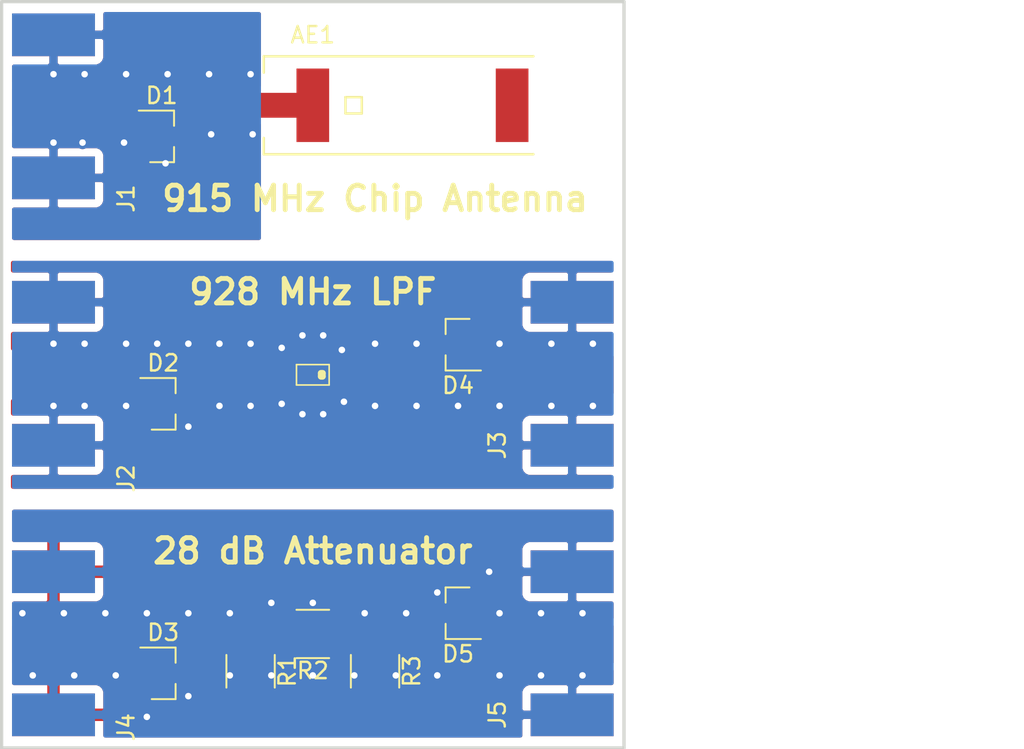
<source format=kicad_pcb>
(kicad_pcb (version 20170123) (host pcbnew "(2017-05-02 revision e4d2924ee)-makepkg")

  (general
    (links 42)
    (no_connects 6)
    (area 154.7525 50.699999 220.412143 96.620001)
    (thickness 1.6)
    (drawings 8)
    (tracks 215)
    (zones 0)
    (modules 15)
    (nets 9)
  )

  (page A4)
  (layers
    (0 F.Cu signal)
    (31 B.Cu signal)
    (32 B.Adhes user)
    (33 F.Adhes user)
    (34 B.Paste user)
    (35 F.Paste user)
    (36 B.SilkS user)
    (37 F.SilkS user)
    (38 B.Mask user)
    (39 F.Mask user)
    (40 Dwgs.User user)
    (41 Cmts.User user)
    (42 Eco1.User user)
    (43 Eco2.User user)
    (44 Edge.Cuts user)
    (45 Margin user)
    (46 B.CrtYd user)
    (47 F.CrtYd user)
    (48 B.Fab user)
    (49 F.Fab user hide)
  )

  (setup
    (last_trace_width 0.25)
    (user_trace_width 0.1524)
    (user_trace_width 0.2032)
    (user_trace_width 0.762)
    (user_trace_width 1.524)
    (trace_clearance 0.2)
    (zone_clearance 0.3302)
    (zone_45_only no)
    (trace_min 0.1524)
    (segment_width 0.2)
    (edge_width 0.15)
    (via_size 0.8)
    (via_drill 0.4)
    (via_min_size 0.4)
    (via_min_drill 0.3)
    (uvia_size 0.3)
    (uvia_drill 0.1)
    (uvias_allowed no)
    (uvia_min_size 0.2)
    (uvia_min_drill 0.1)
    (pcb_text_width 0.3)
    (pcb_text_size 1.5 1.5)
    (mod_edge_width 0.15)
    (mod_text_size 1 1)
    (mod_text_width 0.15)
    (pad_size 1.524 1.524)
    (pad_drill 0.762)
    (pad_to_mask_clearance 0.1016)
    (pad_to_paste_clearance_ratio -0.05)
    (aux_axis_origin 0 0)
    (visible_elements 7FFFFFFF)
    (pcbplotparams
      (layerselection 0x010f8_ffffffff)
      (usegerberextensions false)
      (excludeedgelayer true)
      (linewidth 0.100000)
      (plotframeref false)
      (viasonmask false)
      (mode 1)
      (useauxorigin false)
      (hpglpennumber 1)
      (hpglpenspeed 20)
      (hpglpendiameter 15)
      (psnegative false)
      (psa4output false)
      (plotreference true)
      (plotvalue true)
      (plotinvisibletext false)
      (padsonsilk false)
      (subtractmaskfromsilk false)
      (outputformat 1)
      (mirror false)
      (drillshape 0)
      (scaleselection 1)
      (outputdirectory Gerbers/))
  )

  (net 0 "")
  (net 1 "Net-(AE1-Pad1)")
  (net 2 GND)
  (net 3 "Net-(D2-Pad1)")
  (net 4 "Net-(D3-Pad1)")
  (net 5 "Net-(D4-Pad1)")
  (net 6 "Net-(D5-Pad1)")
  (net 7 "Net-(U1-Pad2)")
  (net 8 "Net-(U1-Pad6)")

  (net_class Default "This is the default net class."
    (clearance 0.2)
    (trace_width 0.25)
    (via_dia 0.8)
    (via_drill 0.4)
    (uvia_dia 0.3)
    (uvia_drill 0.1)
    (add_net GND)
    (add_net "Net-(AE1-Pad1)")
    (add_net "Net-(D2-Pad1)")
    (add_net "Net-(D3-Pad1)")
    (add_net "Net-(D4-Pad1)")
    (add_net "Net-(D5-Pad1)")
    (add_net "Net-(U1-Pad2)")
    (add_net "Net-(U1-Pad6)")
  )

  (module FritzLib:ANT1204 (layer F.Cu) (tedit 59912E10) (tstamp 5992EEEC)
    (at 177.165 57.15)
    (path /5991DD18)
    (fp_text reference AE1 (at 0 -4.31) (layer F.SilkS)
      (effects (font (size 1 1) (thickness 0.15)))
    )
    (fp_text value ANT1204LL05R0915A (at 0 -5.31) (layer F.Fab)
      (effects (font (size 1 1) (thickness 0.15)))
    )
    (fp_line (start 2 -0.5) (end 2 0.5) (layer F.SilkS) (width 0.15))
    (fp_line (start 2 0.5) (end 3 0.5) (layer F.SilkS) (width 0.15))
    (fp_line (start 3 0.5) (end 3 -0.5) (layer F.SilkS) (width 0.15))
    (fp_line (start 3 -0.5) (end 2 -0.5) (layer F.SilkS) (width 0.15))
    (fp_line (start 2 -0.5) (end 2 -0.5) (layer F.SilkS) (width 0.15))
    (fp_line (start -3 -2) (end -3 -3) (layer F.SilkS) (width 0.15))
    (fp_line (start -3 -3) (end -3 -3) (layer F.SilkS) (width 0.15))
    (fp_line (start -3 2) (end -3 3) (layer F.SilkS) (width 0.15))
    (fp_line (start -3 3) (end -3 3) (layer F.SilkS) (width 0.15))
    (fp_line (start -3 3) (end 13.5 3) (layer F.SilkS) (width 0.15))
    (fp_line (start 13.5 3) (end 13.5 3) (layer F.SilkS) (width 0.15))
    (fp_line (start -3 -3) (end 13.5 -3) (layer F.SilkS) (width 0.15))
    (fp_line (start 13.5 -3) (end 13.5 -3) (layer F.SilkS) (width 0.15))
    (pad 1 smd rect (at 0 0) (size 2 4.5) (layers F.Cu F.Paste F.Mask)
      (net 1 "Net-(AE1-Pad1)"))
    (pad 2 smd rect (at 12.2 0) (size 2 4.5) (layers F.Cu F.Paste F.Mask))
  )

  (module TO_SOT_Packages_SMD:SOT-23 (layer F.Cu) (tedit 58CE4E7E) (tstamp 5992EF01)
    (at 167.91 59.055)
    (descr "SOT-23, Standard")
    (tags SOT-23)
    (path /59930288)
    (attr smd)
    (fp_text reference D1 (at 0 -2.5) (layer F.SilkS)
      (effects (font (size 1 1) (thickness 0.15)))
    )
    (fp_text value CM1214A (at 0 2.5) (layer F.Fab)
      (effects (font (size 1 1) (thickness 0.15)))
    )
    (fp_line (start 0.76 1.58) (end -0.7 1.58) (layer F.SilkS) (width 0.12))
    (fp_line (start 0.76 -1.58) (end -1.4 -1.58) (layer F.SilkS) (width 0.12))
    (fp_line (start -1.7 1.75) (end -1.7 -1.75) (layer F.CrtYd) (width 0.05))
    (fp_line (start 1.7 1.75) (end -1.7 1.75) (layer F.CrtYd) (width 0.05))
    (fp_line (start 1.7 -1.75) (end 1.7 1.75) (layer F.CrtYd) (width 0.05))
    (fp_line (start -1.7 -1.75) (end 1.7 -1.75) (layer F.CrtYd) (width 0.05))
    (fp_line (start 0.76 -1.58) (end 0.76 -0.65) (layer F.SilkS) (width 0.12))
    (fp_line (start 0.76 1.58) (end 0.76 0.65) (layer F.SilkS) (width 0.12))
    (fp_line (start -0.7 1.52) (end 0.7 1.52) (layer F.Fab) (width 0.1))
    (fp_line (start 0.7 -1.52) (end 0.7 1.52) (layer F.Fab) (width 0.1))
    (fp_line (start -0.7 -0.95) (end -0.15 -1.52) (layer F.Fab) (width 0.1))
    (fp_line (start -0.15 -1.52) (end 0.7 -1.52) (layer F.Fab) (width 0.1))
    (fp_line (start -0.7 -0.95) (end -0.7 1.5) (layer F.Fab) (width 0.1))
    (fp_text user %R (at 0 0 90) (layer F.Fab)
      (effects (font (size 0.5 0.5) (thickness 0.075)))
    )
    (pad 3 smd rect (at 1 0) (size 0.9 0.8) (layers F.Cu F.Paste F.Mask))
    (pad 2 smd rect (at -1 0.95) (size 0.9 0.8) (layers F.Cu F.Paste F.Mask)
      (net 2 GND))
    (pad 1 smd rect (at -1 -0.95) (size 0.9 0.8) (layers F.Cu F.Paste F.Mask)
      (net 1 "Net-(AE1-Pad1)"))
    (model ${KISYS3DMOD}/TO_SOT_Packages_SMD.3dshapes/SOT-23.wrl
      (at (xyz 0 0 0))
      (scale (xyz 1 1 1))
      (rotate (xyz 0 0 0))
    )
  )

  (module TO_SOT_Packages_SMD:SOT-23 (layer F.Cu) (tedit 58CE4E7E) (tstamp 5992EF16)
    (at 168.005 75.438)
    (descr "SOT-23, Standard")
    (tags SOT-23)
    (path /59930081)
    (attr smd)
    (fp_text reference D2 (at 0 -2.5) (layer F.SilkS)
      (effects (font (size 1 1) (thickness 0.15)))
    )
    (fp_text value CM1214A (at 0 2.5) (layer F.Fab)
      (effects (font (size 1 1) (thickness 0.15)))
    )
    (fp_text user %R (at 0 0 90) (layer F.Fab)
      (effects (font (size 0.5 0.5) (thickness 0.075)))
    )
    (fp_line (start -0.7 -0.95) (end -0.7 1.5) (layer F.Fab) (width 0.1))
    (fp_line (start -0.15 -1.52) (end 0.7 -1.52) (layer F.Fab) (width 0.1))
    (fp_line (start -0.7 -0.95) (end -0.15 -1.52) (layer F.Fab) (width 0.1))
    (fp_line (start 0.7 -1.52) (end 0.7 1.52) (layer F.Fab) (width 0.1))
    (fp_line (start -0.7 1.52) (end 0.7 1.52) (layer F.Fab) (width 0.1))
    (fp_line (start 0.76 1.58) (end 0.76 0.65) (layer F.SilkS) (width 0.12))
    (fp_line (start 0.76 -1.58) (end 0.76 -0.65) (layer F.SilkS) (width 0.12))
    (fp_line (start -1.7 -1.75) (end 1.7 -1.75) (layer F.CrtYd) (width 0.05))
    (fp_line (start 1.7 -1.75) (end 1.7 1.75) (layer F.CrtYd) (width 0.05))
    (fp_line (start 1.7 1.75) (end -1.7 1.75) (layer F.CrtYd) (width 0.05))
    (fp_line (start -1.7 1.75) (end -1.7 -1.75) (layer F.CrtYd) (width 0.05))
    (fp_line (start 0.76 -1.58) (end -1.4 -1.58) (layer F.SilkS) (width 0.12))
    (fp_line (start 0.76 1.58) (end -0.7 1.58) (layer F.SilkS) (width 0.12))
    (pad 1 smd rect (at -1 -0.95) (size 0.9 0.8) (layers F.Cu F.Paste F.Mask)
      (net 3 "Net-(D2-Pad1)"))
    (pad 2 smd rect (at -1 0.95) (size 0.9 0.8) (layers F.Cu F.Paste F.Mask)
      (net 2 GND))
    (pad 3 smd rect (at 1 0) (size 0.9 0.8) (layers F.Cu F.Paste F.Mask))
    (model ${KISYS3DMOD}/TO_SOT_Packages_SMD.3dshapes/SOT-23.wrl
      (at (xyz 0 0 0))
      (scale (xyz 1 1 1))
      (rotate (xyz 0 0 0))
    )
  )

  (module TO_SOT_Packages_SMD:SOT-23 (layer F.Cu) (tedit 58CE4E7E) (tstamp 5992EF2B)
    (at 168.005 91.948)
    (descr "SOT-23, Standard")
    (tags SOT-23)
    (path /5992FD44)
    (attr smd)
    (fp_text reference D3 (at 0 -2.5) (layer F.SilkS)
      (effects (font (size 1 1) (thickness 0.15)))
    )
    (fp_text value CM1214A (at 0 2.5) (layer F.Fab)
      (effects (font (size 1 1) (thickness 0.15)))
    )
    (fp_line (start 0.76 1.58) (end -0.7 1.58) (layer F.SilkS) (width 0.12))
    (fp_line (start 0.76 -1.58) (end -1.4 -1.58) (layer F.SilkS) (width 0.12))
    (fp_line (start -1.7 1.75) (end -1.7 -1.75) (layer F.CrtYd) (width 0.05))
    (fp_line (start 1.7 1.75) (end -1.7 1.75) (layer F.CrtYd) (width 0.05))
    (fp_line (start 1.7 -1.75) (end 1.7 1.75) (layer F.CrtYd) (width 0.05))
    (fp_line (start -1.7 -1.75) (end 1.7 -1.75) (layer F.CrtYd) (width 0.05))
    (fp_line (start 0.76 -1.58) (end 0.76 -0.65) (layer F.SilkS) (width 0.12))
    (fp_line (start 0.76 1.58) (end 0.76 0.65) (layer F.SilkS) (width 0.12))
    (fp_line (start -0.7 1.52) (end 0.7 1.52) (layer F.Fab) (width 0.1))
    (fp_line (start 0.7 -1.52) (end 0.7 1.52) (layer F.Fab) (width 0.1))
    (fp_line (start -0.7 -0.95) (end -0.15 -1.52) (layer F.Fab) (width 0.1))
    (fp_line (start -0.15 -1.52) (end 0.7 -1.52) (layer F.Fab) (width 0.1))
    (fp_line (start -0.7 -0.95) (end -0.7 1.5) (layer F.Fab) (width 0.1))
    (fp_text user %R (at 0 0 90) (layer F.Fab)
      (effects (font (size 0.5 0.5) (thickness 0.075)))
    )
    (pad 3 smd rect (at 1 0) (size 0.9 0.8) (layers F.Cu F.Paste F.Mask))
    (pad 2 smd rect (at -1 0.95) (size 0.9 0.8) (layers F.Cu F.Paste F.Mask)
      (net 2 GND))
    (pad 1 smd rect (at -1 -0.95) (size 0.9 0.8) (layers F.Cu F.Paste F.Mask)
      (net 4 "Net-(D3-Pad1)"))
    (model ${KISYS3DMOD}/TO_SOT_Packages_SMD.3dshapes/SOT-23.wrl
      (at (xyz 0 0 0))
      (scale (xyz 1 1 1))
      (rotate (xyz 0 0 0))
    )
  )

  (module TO_SOT_Packages_SMD:SOT-23 (layer F.Cu) (tedit 58CE4E7E) (tstamp 5992EF40)
    (at 186.055 71.816 180)
    (descr "SOT-23, Standard")
    (tags SOT-23)
    (path /5992F631)
    (attr smd)
    (fp_text reference D4 (at 0 -2.5 180) (layer F.SilkS)
      (effects (font (size 1 1) (thickness 0.15)))
    )
    (fp_text value CM1214A (at 0 2.5 180) (layer F.Fab)
      (effects (font (size 1 1) (thickness 0.15)))
    )
    (fp_line (start 0.76 1.58) (end -0.7 1.58) (layer F.SilkS) (width 0.12))
    (fp_line (start 0.76 -1.58) (end -1.4 -1.58) (layer F.SilkS) (width 0.12))
    (fp_line (start -1.7 1.75) (end -1.7 -1.75) (layer F.CrtYd) (width 0.05))
    (fp_line (start 1.7 1.75) (end -1.7 1.75) (layer F.CrtYd) (width 0.05))
    (fp_line (start 1.7 -1.75) (end 1.7 1.75) (layer F.CrtYd) (width 0.05))
    (fp_line (start -1.7 -1.75) (end 1.7 -1.75) (layer F.CrtYd) (width 0.05))
    (fp_line (start 0.76 -1.58) (end 0.76 -0.65) (layer F.SilkS) (width 0.12))
    (fp_line (start 0.76 1.58) (end 0.76 0.65) (layer F.SilkS) (width 0.12))
    (fp_line (start -0.7 1.52) (end 0.7 1.52) (layer F.Fab) (width 0.1))
    (fp_line (start 0.7 -1.52) (end 0.7 1.52) (layer F.Fab) (width 0.1))
    (fp_line (start -0.7 -0.95) (end -0.15 -1.52) (layer F.Fab) (width 0.1))
    (fp_line (start -0.15 -1.52) (end 0.7 -1.52) (layer F.Fab) (width 0.1))
    (fp_line (start -0.7 -0.95) (end -0.7 1.5) (layer F.Fab) (width 0.1))
    (fp_text user %R (at 0 0 270) (layer F.Fab)
      (effects (font (size 0.5 0.5) (thickness 0.075)))
    )
    (pad 3 smd rect (at 1 0 180) (size 0.9 0.8) (layers F.Cu F.Paste F.Mask))
    (pad 2 smd rect (at -1 0.95 180) (size 0.9 0.8) (layers F.Cu F.Paste F.Mask)
      (net 2 GND))
    (pad 1 smd rect (at -1 -0.95 180) (size 0.9 0.8) (layers F.Cu F.Paste F.Mask)
      (net 5 "Net-(D4-Pad1)"))
    (model ${KISYS3DMOD}/TO_SOT_Packages_SMD.3dshapes/SOT-23.wrl
      (at (xyz 0 0 0))
      (scale (xyz 1 1 1))
      (rotate (xyz 0 0 0))
    )
  )

  (module TO_SOT_Packages_SMD:SOT-23 (layer F.Cu) (tedit 58CE4E7E) (tstamp 5992EF55)
    (at 186.055 88.265 180)
    (descr "SOT-23, Standard")
    (tags SOT-23)
    (path /5992FC77)
    (attr smd)
    (fp_text reference D5 (at 0 -2.5 180) (layer F.SilkS)
      (effects (font (size 1 1) (thickness 0.15)))
    )
    (fp_text value CM1214A (at 0 2.5 180) (layer F.Fab)
      (effects (font (size 1 1) (thickness 0.15)))
    )
    (fp_text user %R (at 0 0 270) (layer F.Fab)
      (effects (font (size 0.5 0.5) (thickness 0.075)))
    )
    (fp_line (start -0.7 -0.95) (end -0.7 1.5) (layer F.Fab) (width 0.1))
    (fp_line (start -0.15 -1.52) (end 0.7 -1.52) (layer F.Fab) (width 0.1))
    (fp_line (start -0.7 -0.95) (end -0.15 -1.52) (layer F.Fab) (width 0.1))
    (fp_line (start 0.7 -1.52) (end 0.7 1.52) (layer F.Fab) (width 0.1))
    (fp_line (start -0.7 1.52) (end 0.7 1.52) (layer F.Fab) (width 0.1))
    (fp_line (start 0.76 1.58) (end 0.76 0.65) (layer F.SilkS) (width 0.12))
    (fp_line (start 0.76 -1.58) (end 0.76 -0.65) (layer F.SilkS) (width 0.12))
    (fp_line (start -1.7 -1.75) (end 1.7 -1.75) (layer F.CrtYd) (width 0.05))
    (fp_line (start 1.7 -1.75) (end 1.7 1.75) (layer F.CrtYd) (width 0.05))
    (fp_line (start 1.7 1.75) (end -1.7 1.75) (layer F.CrtYd) (width 0.05))
    (fp_line (start -1.7 1.75) (end -1.7 -1.75) (layer F.CrtYd) (width 0.05))
    (fp_line (start 0.76 -1.58) (end -1.4 -1.58) (layer F.SilkS) (width 0.12))
    (fp_line (start 0.76 1.58) (end -0.7 1.58) (layer F.SilkS) (width 0.12))
    (pad 1 smd rect (at -1 -0.95 180) (size 0.9 0.8) (layers F.Cu F.Paste F.Mask)
      (net 6 "Net-(D5-Pad1)"))
    (pad 2 smd rect (at -1 0.95 180) (size 0.9 0.8) (layers F.Cu F.Paste F.Mask)
      (net 2 GND))
    (pad 3 smd rect (at 1 0 180) (size 0.9 0.8) (layers F.Cu F.Paste F.Mask))
    (model ${KISYS3DMOD}/TO_SOT_Packages_SMD.3dshapes/SOT-23.wrl
      (at (xyz 0 0 0))
      (scale (xyz 1 1 1))
      (rotate (xyz 0 0 0))
    )
  )

  (module FritzLib:J502 (layer F.Cu) (tedit 5990A428) (tstamp 5992EF5E)
    (at 161.29 61.595 90)
    (path /5991DC8B)
    (fp_text reference J1 (at -1.27 4.445 90) (layer F.SilkS)
      (effects (font (size 1 1) (thickness 0.15)))
    )
    (fp_text value SMA (at 0 -5.58 90) (layer F.Fab)
      (effects (font (size 1 1) (thickness 0.15)))
    )
    (pad 2 smd rect (at 0 0 90) (size 2.6162 5.08) (layers F.Cu F.Paste F.Mask)
      (net 2 GND))
    (pad 2 smd rect (at 8.763 0 90) (size 2.6162 5.08) (layers F.Cu F.Paste F.Mask)
      (net 2 GND))
    (pad 1 smd rect (at 4.318 0 90) (size 2.286 5.08) (layers F.Cu F.Paste F.Mask)
      (net 1 "Net-(AE1-Pad1)"))
    (pad 2 smd rect (at 0 0 90) (size 2.6162 5.08) (layers B.Cu B.Paste B.Mask)
      (net 2 GND))
    (pad 2 smd rect (at 8.763 0 90) (size 2.6162 5.08) (layers B.Cu B.Paste B.Mask)
      (net 2 GND))
  )

  (module FritzLib:J502 (layer F.Cu) (tedit 5990A428) (tstamp 5992EF67)
    (at 161.29 77.978 90)
    (path /5991D310)
    (fp_text reference J2 (at -2.032 4.445 90) (layer F.SilkS)
      (effects (font (size 1 1) (thickness 0.15)))
    )
    (fp_text value SMA (at 0 -5.58 90) (layer F.Fab)
      (effects (font (size 1 1) (thickness 0.15)))
    )
    (pad 2 smd rect (at 8.763 0 90) (size 2.6162 5.08) (layers B.Cu B.Paste B.Mask)
      (net 2 GND))
    (pad 2 smd rect (at 0 0 90) (size 2.6162 5.08) (layers B.Cu B.Paste B.Mask)
      (net 2 GND))
    (pad 1 smd rect (at 4.318 0 90) (size 2.286 5.08) (layers F.Cu F.Paste F.Mask)
      (net 3 "Net-(D2-Pad1)"))
    (pad 2 smd rect (at 8.763 0 90) (size 2.6162 5.08) (layers F.Cu F.Paste F.Mask)
      (net 2 GND))
    (pad 2 smd rect (at 0 0 90) (size 2.6162 5.08) (layers F.Cu F.Paste F.Mask)
      (net 2 GND))
  )

  (module FritzLib:J502 (layer F.Cu) (tedit 5990A428) (tstamp 5992EF70)
    (at 193.04 77.978 90)
    (path /5991D0E9)
    (fp_text reference J3 (at 0 -4.58 90) (layer F.SilkS)
      (effects (font (size 1 1) (thickness 0.15)))
    )
    (fp_text value SMA (at 0 -5.58 90) (layer F.Fab)
      (effects (font (size 1 1) (thickness 0.15)))
    )
    (pad 2 smd rect (at 0 0 90) (size 2.6162 5.08) (layers F.Cu F.Paste F.Mask)
      (net 2 GND))
    (pad 2 smd rect (at 8.763 0 90) (size 2.6162 5.08) (layers F.Cu F.Paste F.Mask)
      (net 2 GND))
    (pad 1 smd rect (at 4.318 0 90) (size 2.286 5.08) (layers F.Cu F.Paste F.Mask)
      (net 5 "Net-(D4-Pad1)"))
    (pad 2 smd rect (at 0 0 90) (size 2.6162 5.08) (layers B.Cu B.Paste B.Mask)
      (net 2 GND))
    (pad 2 smd rect (at 8.763 0 90) (size 2.6162 5.08) (layers B.Cu B.Paste B.Mask)
      (net 2 GND))
  )

  (module FritzLib:J502 (layer F.Cu) (tedit 5990A428) (tstamp 5992EF79)
    (at 161.29 94.488 90)
    (path /599297F1)
    (fp_text reference J4 (at -0.762 4.445 90) (layer F.SilkS)
      (effects (font (size 1 1) (thickness 0.15)))
    )
    (fp_text value SMA (at 0 -5.58 90) (layer F.Fab)
      (effects (font (size 1 1) (thickness 0.15)))
    )
    (pad 2 smd rect (at 8.763 0 90) (size 2.6162 5.08) (layers B.Cu B.Paste B.Mask)
      (net 2 GND))
    (pad 2 smd rect (at 0 0 90) (size 2.6162 5.08) (layers B.Cu B.Paste B.Mask)
      (net 2 GND))
    (pad 1 smd rect (at 4.318 0 90) (size 2.286 5.08) (layers F.Cu F.Paste F.Mask)
      (net 4 "Net-(D3-Pad1)"))
    (pad 2 smd rect (at 8.763 0 90) (size 2.6162 5.08) (layers F.Cu F.Paste F.Mask)
      (net 2 GND))
    (pad 2 smd rect (at 0 0 90) (size 2.6162 5.08) (layers F.Cu F.Paste F.Mask)
      (net 2 GND))
  )

  (module FritzLib:J502 (layer F.Cu) (tedit 5990A428) (tstamp 5992EF82)
    (at 193.04 94.488 90)
    (path /59929962)
    (fp_text reference J5 (at 0 -4.58 90) (layer F.SilkS)
      (effects (font (size 1 1) (thickness 0.15)))
    )
    (fp_text value SMA (at 0 -5.58 90) (layer F.Fab)
      (effects (font (size 1 1) (thickness 0.15)))
    )
    (pad 2 smd rect (at 0 0 90) (size 2.6162 5.08) (layers F.Cu F.Paste F.Mask)
      (net 2 GND))
    (pad 2 smd rect (at 8.763 0 90) (size 2.6162 5.08) (layers F.Cu F.Paste F.Mask)
      (net 2 GND))
    (pad 1 smd rect (at 4.318 0 90) (size 2.286 5.08) (layers F.Cu F.Paste F.Mask)
      (net 6 "Net-(D5-Pad1)"))
    (pad 2 smd rect (at 0 0 90) (size 2.6162 5.08) (layers B.Cu B.Paste B.Mask)
      (net 2 GND))
    (pad 2 smd rect (at 8.763 0 90) (size 2.6162 5.08) (layers B.Cu B.Paste B.Mask)
      (net 2 GND))
  )

  (module Resistors_SMD:R_1210 (layer F.Cu) (tedit 58E0A804) (tstamp 5992EF93)
    (at 173.355 91.821 270)
    (descr "Resistor SMD 1210, reflow soldering, Vishay (see dcrcw.pdf)")
    (tags "resistor 1210")
    (path /5991FCD9)
    (attr smd)
    (fp_text reference R1 (at 0 -2.25 270) (layer F.SilkS)
      (effects (font (size 1 1) (thickness 0.15)))
    )
    (fp_text value 53.6 (at 0 2.4 270) (layer F.Fab)
      (effects (font (size 1 1) (thickness 0.15)))
    )
    (fp_line (start 2.15 1.5) (end -2.15 1.5) (layer F.CrtYd) (width 0.05))
    (fp_line (start 2.15 1.5) (end 2.15 -1.5) (layer F.CrtYd) (width 0.05))
    (fp_line (start -2.15 -1.5) (end -2.15 1.5) (layer F.CrtYd) (width 0.05))
    (fp_line (start -2.15 -1.5) (end 2.15 -1.5) (layer F.CrtYd) (width 0.05))
    (fp_line (start -1 -1.48) (end 1 -1.48) (layer F.SilkS) (width 0.12))
    (fp_line (start 1 1.48) (end -1 1.48) (layer F.SilkS) (width 0.12))
    (fp_line (start -1.6 -1.25) (end 1.6 -1.25) (layer F.Fab) (width 0.1))
    (fp_line (start 1.6 -1.25) (end 1.6 1.25) (layer F.Fab) (width 0.1))
    (fp_line (start 1.6 1.25) (end -1.6 1.25) (layer F.Fab) (width 0.1))
    (fp_line (start -1.6 1.25) (end -1.6 -1.25) (layer F.Fab) (width 0.1))
    (fp_text user %R (at 0 0 270) (layer F.Fab)
      (effects (font (size 0.7 0.7) (thickness 0.105)))
    )
    (pad 2 smd rect (at 1.45 0 270) (size 0.9 2.5) (layers F.Cu F.Paste F.Mask)
      (net 2 GND))
    (pad 1 smd rect (at -1.45 0 270) (size 0.9 2.5) (layers F.Cu F.Paste F.Mask)
      (net 4 "Net-(D3-Pad1)"))
    (model ${KISYS3DMOD}/Resistors_SMD.3dshapes/R_1210.wrl
      (at (xyz 0 0 0))
      (scale (xyz 1 1 1))
      (rotate (xyz 0 0 0))
    )
  )

  (module Resistors_SMD:R_1210 (layer F.Cu) (tedit 58E0A804) (tstamp 5992EFA4)
    (at 177.165 89.535 180)
    (descr "Resistor SMD 1210, reflow soldering, Vishay (see dcrcw.pdf)")
    (tags "resistor 1210")
    (path /59922B39)
    (attr smd)
    (fp_text reference R2 (at 0 -2.25 180) (layer F.SilkS)
      (effects (font (size 1 1) (thickness 0.15)))
    )
    (fp_text value 620R (at 0 2.4 180) (layer F.Fab)
      (effects (font (size 1 1) (thickness 0.15)))
    )
    (fp_line (start 2.15 1.5) (end -2.15 1.5) (layer F.CrtYd) (width 0.05))
    (fp_line (start 2.15 1.5) (end 2.15 -1.5) (layer F.CrtYd) (width 0.05))
    (fp_line (start -2.15 -1.5) (end -2.15 1.5) (layer F.CrtYd) (width 0.05))
    (fp_line (start -2.15 -1.5) (end 2.15 -1.5) (layer F.CrtYd) (width 0.05))
    (fp_line (start -1 -1.48) (end 1 -1.48) (layer F.SilkS) (width 0.12))
    (fp_line (start 1 1.48) (end -1 1.48) (layer F.SilkS) (width 0.12))
    (fp_line (start -1.6 -1.25) (end 1.6 -1.25) (layer F.Fab) (width 0.1))
    (fp_line (start 1.6 -1.25) (end 1.6 1.25) (layer F.Fab) (width 0.1))
    (fp_line (start 1.6 1.25) (end -1.6 1.25) (layer F.Fab) (width 0.1))
    (fp_line (start -1.6 1.25) (end -1.6 -1.25) (layer F.Fab) (width 0.1))
    (fp_text user %R (at 0 0 180) (layer F.Fab)
      (effects (font (size 0.7 0.7) (thickness 0.105)))
    )
    (pad 2 smd rect (at 1.45 0 180) (size 0.9 2.5) (layers F.Cu F.Paste F.Mask)
      (net 4 "Net-(D3-Pad1)"))
    (pad 1 smd rect (at -1.45 0 180) (size 0.9 2.5) (layers F.Cu F.Paste F.Mask)
      (net 6 "Net-(D5-Pad1)"))
    (model ${KISYS3DMOD}/Resistors_SMD.3dshapes/R_1210.wrl
      (at (xyz 0 0 0))
      (scale (xyz 1 1 1))
      (rotate (xyz 0 0 0))
    )
  )

  (module Resistors_SMD:R_1210 (layer F.Cu) (tedit 58E0A804) (tstamp 5992EFB5)
    (at 180.975 91.821 270)
    (descr "Resistor SMD 1210, reflow soldering, Vishay (see dcrcw.pdf)")
    (tags "resistor 1210")
    (path /599229D2)
    (attr smd)
    (fp_text reference R3 (at 0 -2.25 270) (layer F.SilkS)
      (effects (font (size 1 1) (thickness 0.15)))
    )
    (fp_text value 53.6 (at 0 2.4 270) (layer F.Fab)
      (effects (font (size 1 1) (thickness 0.15)))
    )
    (fp_text user %R (at 0 0 270) (layer F.Fab)
      (effects (font (size 0.7 0.7) (thickness 0.105)))
    )
    (fp_line (start -1.6 1.25) (end -1.6 -1.25) (layer F.Fab) (width 0.1))
    (fp_line (start 1.6 1.25) (end -1.6 1.25) (layer F.Fab) (width 0.1))
    (fp_line (start 1.6 -1.25) (end 1.6 1.25) (layer F.Fab) (width 0.1))
    (fp_line (start -1.6 -1.25) (end 1.6 -1.25) (layer F.Fab) (width 0.1))
    (fp_line (start 1 1.48) (end -1 1.48) (layer F.SilkS) (width 0.12))
    (fp_line (start -1 -1.48) (end 1 -1.48) (layer F.SilkS) (width 0.12))
    (fp_line (start -2.15 -1.5) (end 2.15 -1.5) (layer F.CrtYd) (width 0.05))
    (fp_line (start -2.15 -1.5) (end -2.15 1.5) (layer F.CrtYd) (width 0.05))
    (fp_line (start 2.15 1.5) (end 2.15 -1.5) (layer F.CrtYd) (width 0.05))
    (fp_line (start 2.15 1.5) (end -2.15 1.5) (layer F.CrtYd) (width 0.05))
    (pad 1 smd rect (at -1.45 0 270) (size 0.9 2.5) (layers F.Cu F.Paste F.Mask)
      (net 6 "Net-(D5-Pad1)"))
    (pad 2 smd rect (at 1.45 0 270) (size 0.9 2.5) (layers F.Cu F.Paste F.Mask)
      (net 2 GND))
    (model ${KISYS3DMOD}/Resistors_SMD.3dshapes/R_1210.wrl
      (at (xyz 0 0 0))
      (scale (xyz 1 1 1))
      (rotate (xyz 0 0 0))
    )
  )

  (module FritzLib:0915LP (layer F.Cu) (tedit 59913000) (tstamp 5992EFC9)
    (at 177.165 73.66)
    (path /59928D78)
    (fp_text reference U1 (at 0 -2) (layer F.Fab)
      (effects (font (size 0.5 0.5) (thickness 0.125)))
    )
    (fp_text value 0915LP (at 0 0) (layer F.SilkS) hide
      (effects (font (size 0.5 0.5) (thickness 0.125)))
    )
    (fp_line (start 0.6 -0.1) (end 0.5 -0.1) (layer F.SilkS) (width 0.381))
    (fp_line (start 0.5 -0.1) (end 0.5 0.1) (layer F.SilkS) (width 0.381))
    (fp_line (start 0.5 0.1) (end 0.6 0.1) (layer F.SilkS) (width 0.381))
    (fp_line (start 0.6 0.1) (end 0.6 -0.1) (layer F.SilkS) (width 0.381))
    (fp_line (start 1 -0.625) (end -1 -0.625) (layer F.SilkS) (width 0.1))
    (fp_line (start -1 -0.625) (end -1 0.625) (layer F.SilkS) (width 0.1))
    (fp_line (start -1 0.625) (end 1 0.625) (layer F.SilkS) (width 0.1))
    (fp_line (start 1 0.625) (end 1 -0.625) (layer F.SilkS) (width 0.1))
    (pad 1 smd rect (at 0.65 -0.9) (size 0.35 1) (layers F.Cu F.Paste F.Mask)
      (net 2 GND))
    (pad 2 smd rect (at 0 -0.9) (size 0.35 1) (layers F.Cu F.Paste F.Mask)
      (net 7 "Net-(U1-Pad2)"))
    (pad 3 smd rect (at -0.65 -0.9) (size 0.35 1) (layers F.Cu F.Paste F.Mask)
      (net 2 GND))
    (pad 4 smd rect (at -1.275 0 90) (size 0.35 1) (layers F.Cu F.Paste F.Mask)
      (net 3 "Net-(D2-Pad1)"))
    (pad 5 smd rect (at -0.65 0.9) (size 0.35 1) (layers F.Cu F.Paste F.Mask)
      (net 2 GND))
    (pad 6 smd rect (at 0 0.9) (size 0.35 1) (layers F.Cu F.Paste F.Mask)
      (net 8 "Net-(U1-Pad6)"))
    (pad 7 smd rect (at 0.65 0.9) (size 0.35 1) (layers F.Cu F.Paste F.Mask)
      (net 2 GND))
    (pad 8 smd rect (at 1.275 0 90) (size 0.35 1) (layers F.Cu F.Paste F.Mask)
      (net 5 "Net-(D4-Pad1)"))
  )

  (gr_text "915 MHz Chip Antenna" (at 180.975 62.865) (layer F.SilkS) (tstamp 599261D2)
    (effects (font (size 1.5 1.5) (thickness 0.3)))
  )
  (gr_text "928 MHz LPF" (at 177.165 68.58) (layer F.SilkS) (tstamp 599261B9)
    (effects (font (size 1.5 1.5) (thickness 0.3)))
  )
  (gr_text "28 dB Attenuator" (at 177.165 84.455) (layer F.SilkS)
    (effects (font (size 1.5 1.5) (thickness 0.3)))
  )
  (gr_text "60 mil trace width\n13 mil space" (at 198.755 73.66) (layer Cmts.User)
    (effects (font (size 1.5 1.5) (thickness 0.3)) (justify left))
  )
  (gr_line (start 196.215 50.8) (end 158.115 50.8) (layer Edge.Cuts) (width 0.2))
  (gr_line (start 196.215 96.52) (end 196.215 50.8) (layer Edge.Cuts) (width 0.2))
  (gr_line (start 158.115 96.52) (end 196.215 96.52) (layer Edge.Cuts) (width 0.2))
  (gr_line (start 158.115 50.8) (end 158.115 96.52) (layer Edge.Cuts) (width 0.2))

  (segment (start 177.165 57.15) (end 167.005 57.15) (width 1.524) (layer F.Cu) (net 1))
  (segment (start 167.005 57.15) (end 161.417 57.15) (width 1.524) (layer F.Cu) (net 1))
  (segment (start 166.91 58.105) (end 166.91 57.245) (width 0.762) (layer F.Cu) (net 1))
  (segment (start 166.91 57.245) (end 167.005 57.15) (width 0.762) (layer F.Cu) (net 1))
  (segment (start 161.417 57.15) (end 161.29 57.277) (width 1.524) (layer F.Cu) (net 1))
  (segment (start 162.56 92.075) (end 160.02 92.075) (width 0.2032) (layer F.Cu) (net 2))
  (via (at 160.02 92.075) (size 0.8) (drill 0.4) (layers F.Cu B.Cu) (net 2))
  (segment (start 165.1 92.075) (end 162.56 92.075) (width 0.2032) (layer B.Cu) (net 2))
  (via (at 162.56 92.075) (size 0.8) (drill 0.4) (layers F.Cu B.Cu) (net 2))
  (segment (start 167.005 94.615) (end 167.005 93.98) (width 0.2032) (layer F.Cu) (net 2))
  (via (at 165.1 92.075) (size 0.8) (drill 0.4) (layers F.Cu B.Cu) (net 2))
  (segment (start 167.005 93.98) (end 165.1 92.075) (width 0.2032) (layer F.Cu) (net 2))
  (segment (start 169.545 93.345) (end 168.275 94.615) (width 0.2032) (layer B.Cu) (net 2))
  (segment (start 168.275 94.615) (end 167.005 94.615) (width 0.2032) (layer B.Cu) (net 2))
  (via (at 167.005 94.615) (size 0.8) (drill 0.4) (layers F.Cu B.Cu) (net 2))
  (segment (start 172.085 92.075) (end 170.815 92.075) (width 0.2032) (layer F.Cu) (net 2))
  (segment (start 170.815 92.075) (end 169.545 93.345) (width 0.2032) (layer F.Cu) (net 2))
  (via (at 169.545 93.345) (size 0.8) (drill 0.4) (layers F.Cu B.Cu) (net 2))
  (segment (start 174.625 92.075) (end 172.085 92.075) (width 0.2032) (layer B.Cu) (net 2))
  (via (at 172.085 92.075) (size 0.8) (drill 0.4) (layers F.Cu B.Cu) (net 2))
  (segment (start 177.165 92.075) (end 174.625 92.075) (width 0.2032) (layer F.Cu) (net 2))
  (via (at 174.625 92.075) (size 0.8) (drill 0.4) (layers F.Cu B.Cu) (net 2))
  (segment (start 179.705 92.075) (end 177.165 92.075) (width 0.2032) (layer B.Cu) (net 2))
  (via (at 177.165 92.075) (size 0.8) (drill 0.4) (layers F.Cu B.Cu) (net 2))
  (segment (start 182.245 92.075) (end 179.705 92.075) (width 0.2032) (layer F.Cu) (net 2))
  (via (at 179.705 92.075) (size 0.8) (drill 0.4) (layers F.Cu B.Cu) (net 2))
  (segment (start 184.785 92.075) (end 182.245 92.075) (width 0.2032) (layer B.Cu) (net 2))
  (via (at 182.245 92.075) (size 0.8) (drill 0.4) (layers F.Cu B.Cu) (net 2))
  (segment (start 188.595 92.075) (end 184.785 92.075) (width 0.2032) (layer F.Cu) (net 2))
  (via (at 184.785 92.075) (size 0.8) (drill 0.4) (layers F.Cu B.Cu) (net 2))
  (segment (start 191.135 92.075) (end 188.595 92.075) (width 0.2032) (layer B.Cu) (net 2))
  (via (at 188.595 92.075) (size 0.8) (drill 0.4) (layers F.Cu B.Cu) (net 2))
  (segment (start 193.675 92.075) (end 191.135 92.075) (width 0.2032) (layer F.Cu) (net 2))
  (via (at 191.135 92.075) (size 0.8) (drill 0.4) (layers F.Cu B.Cu) (net 2))
  (segment (start 193.04 94.488) (end 193.04 92.9767) (width 0.2032) (layer B.Cu) (net 2))
  (segment (start 193.04 92.9767) (end 193.675 92.3417) (width 0.2032) (layer B.Cu) (net 2))
  (via (at 193.675 92.075) (size 0.8) (drill 0.4) (layers F.Cu B.Cu) (net 2))
  (segment (start 193.675 92.3417) (end 193.675 92.075) (width 0.2032) (layer B.Cu) (net 2))
  (segment (start 191.135 88.265) (end 193.675 88.265) (width 0.2032) (layer F.Cu) (net 2))
  (via (at 193.675 88.265) (size 0.8) (drill 0.4) (layers F.Cu B.Cu) (net 2))
  (segment (start 188.595 88.265) (end 191.135 88.265) (width 0.2032) (layer B.Cu) (net 2))
  (via (at 191.135 88.265) (size 0.8) (drill 0.4) (layers F.Cu B.Cu) (net 2))
  (segment (start 187.96 85.725) (end 187.96 87.63) (width 0.2032) (layer F.Cu) (net 2))
  (via (at 188.595 88.265) (size 0.8) (drill 0.4) (layers F.Cu B.Cu) (net 2))
  (segment (start 187.96 87.63) (end 188.595 88.265) (width 0.2032) (layer F.Cu) (net 2))
  (segment (start 184.785 86.995) (end 186.055 85.725) (width 0.2032) (layer B.Cu) (net 2))
  (segment (start 186.055 85.725) (end 187.96 85.725) (width 0.2032) (layer B.Cu) (net 2))
  (via (at 187.96 85.725) (size 0.8) (drill 0.4) (layers F.Cu B.Cu) (net 2))
  (segment (start 182.88 88.265) (end 183.515 88.265) (width 0.2032) (layer F.Cu) (net 2))
  (segment (start 183.515 88.265) (end 184.785 86.995) (width 0.2032) (layer F.Cu) (net 2))
  (via (at 184.785 86.995) (size 0.8) (drill 0.4) (layers F.Cu B.Cu) (net 2))
  (segment (start 180.34 88.265) (end 182.88 88.265) (width 0.2032) (layer B.Cu) (net 2))
  (via (at 182.88 88.265) (size 0.8) (drill 0.4) (layers F.Cu B.Cu) (net 2))
  (segment (start 177.165 87.63) (end 179.705 87.63) (width 0.2032) (layer F.Cu) (net 2))
  (segment (start 179.705 87.63) (end 180.34 88.265) (width 0.2032) (layer F.Cu) (net 2))
  (via (at 180.34 88.265) (size 0.8) (drill 0.4) (layers F.Cu B.Cu) (net 2))
  (segment (start 174.625 87.63) (end 177.165 87.63) (width 0.2032) (layer B.Cu) (net 2))
  (via (at 177.165 87.63) (size 0.8) (drill 0.4) (layers F.Cu B.Cu) (net 2))
  (segment (start 172.085 88.265) (end 173.99 88.265) (width 0.2032) (layer F.Cu) (net 2))
  (segment (start 173.99 88.265) (end 174.625 87.63) (width 0.2032) (layer F.Cu) (net 2))
  (via (at 174.625 87.63) (size 0.8) (drill 0.4) (layers F.Cu B.Cu) (net 2))
  (segment (start 169.545 88.265) (end 172.085 88.265) (width 0.2032) (layer B.Cu) (net 2))
  (via (at 172.085 88.265) (size 0.8) (drill 0.4) (layers F.Cu B.Cu) (net 2))
  (segment (start 167.005 88.265) (end 169.545 88.265) (width 0.2032) (layer F.Cu) (net 2))
  (via (at 169.545 88.265) (size 0.8) (drill 0.4) (layers F.Cu B.Cu) (net 2))
  (segment (start 164.465 88.265) (end 167.005 88.265) (width 0.2032) (layer B.Cu) (net 2))
  (via (at 167.005 88.265) (size 0.8) (drill 0.4) (layers F.Cu B.Cu) (net 2))
  (segment (start 161.925 88.265) (end 164.465 88.265) (width 0.2032) (layer F.Cu) (net 2))
  (via (at 164.465 88.265) (size 0.8) (drill 0.4) (layers F.Cu B.Cu) (net 2))
  (segment (start 159.385 88.265) (end 161.925 88.265) (width 0.2032) (layer B.Cu) (net 2))
  (via (at 161.925 88.265) (size 0.8) (drill 0.4) (layers F.Cu B.Cu) (net 2))
  (segment (start 161.29 85.725) (end 161.29 87.2363) (width 0.2032) (layer F.Cu) (net 2))
  (segment (start 161.29 87.2363) (end 160.2613 88.265) (width 0.2032) (layer F.Cu) (net 2))
  (segment (start 160.2613 88.265) (end 159.385 88.265) (width 0.2032) (layer F.Cu) (net 2))
  (via (at 159.385 88.265) (size 0.8) (drill 0.4) (layers F.Cu B.Cu) (net 2))
  (segment (start 170.942 58.928) (end 173.482 58.928) (width 0.2032) (layer B.Cu) (net 2))
  (via (at 173.482 58.928) (size 0.8) (drill 0.4) (layers F.Cu B.Cu) (net 2))
  (segment (start 168.148 60.706) (end 168.547999 60.306001) (width 0.2032) (layer F.Cu) (net 2))
  (via (at 170.942 58.928) (size 0.8) (drill 0.4) (layers F.Cu B.Cu) (net 2))
  (segment (start 168.547999 60.306001) (end 169.563999 60.306001) (width 0.2032) (layer F.Cu) (net 2))
  (segment (start 169.563999 60.306001) (end 170.942 58.928) (width 0.2032) (layer F.Cu) (net 2))
  (segment (start 165.608 59.436) (end 166.878 59.436) (width 0.2032) (layer B.Cu) (net 2))
  (segment (start 166.878 59.436) (end 168.148 60.706) (width 0.2032) (layer B.Cu) (net 2))
  (via (at 168.148 60.706) (size 0.8) (drill 0.4) (layers F.Cu B.Cu) (net 2))
  (segment (start 163.068 59.436) (end 165.608 59.436) (width 0.2032) (layer F.Cu) (net 2))
  (via (at 165.608 59.436) (size 0.8) (drill 0.4) (layers F.Cu B.Cu) (net 2))
  (segment (start 161.29 59.436) (end 163.068 59.436) (width 0.2032) (layer B.Cu) (net 2))
  (via (at 163.068 59.436) (size 0.8) (drill 0.4) (layers F.Cu B.Cu) (net 2))
  (segment (start 161.29 61.595) (end 161.29 59.436) (width 0.2032) (layer F.Cu) (net 2))
  (via (at 161.29 59.436) (size 0.8) (drill 0.4) (layers F.Cu B.Cu) (net 2))
  (segment (start 170.815 55.245) (end 173.355 55.245) (width 0.2032) (layer B.Cu) (net 2))
  (via (at 173.355 55.245) (size 0.8) (drill 0.4) (layers F.Cu B.Cu) (net 2))
  (segment (start 168.275 55.245) (end 170.815 55.245) (width 0.2032) (layer F.Cu) (net 2))
  (via (at 170.815 55.245) (size 0.8) (drill 0.4) (layers F.Cu B.Cu) (net 2))
  (segment (start 165.735 55.245) (end 168.275 55.245) (width 0.2032) (layer B.Cu) (net 2))
  (via (at 168.275 55.245) (size 0.8) (drill 0.4) (layers F.Cu B.Cu) (net 2))
  (segment (start 163.195 55.245) (end 165.735 55.245) (width 0.2032) (layer F.Cu) (net 2))
  (via (at 165.735 55.245) (size 0.8) (drill 0.4) (layers F.Cu B.Cu) (net 2))
  (segment (start 161.29 55.245) (end 163.195 55.245) (width 0.2032) (layer B.Cu) (net 2))
  (via (at 163.195 55.245) (size 0.8) (drill 0.4) (layers F.Cu B.Cu) (net 2))
  (segment (start 161.29 52.832) (end 161.29 55.245) (width 0.2032) (layer F.Cu) (net 2))
  (via (at 161.29 55.245) (size 0.8) (drill 0.4) (layers F.Cu B.Cu) (net 2))
  (segment (start 163.195 75.565) (end 165.735 75.565) (width 0.2032) (layer B.Cu) (net 2))
  (via (at 165.735 75.565) (size 0.8) (drill 0.4) (layers F.Cu B.Cu) (net 2))
  (segment (start 161.29 75.565) (end 163.195 75.565) (width 0.2032) (layer F.Cu) (net 2))
  (via (at 163.195 75.565) (size 0.8) (drill 0.4) (layers F.Cu B.Cu) (net 2))
  (segment (start 161.29 71.755) (end 161.29 75.565) (width 0.2032) (layer B.Cu) (net 2))
  (via (at 161.29 75.565) (size 0.8) (drill 0.4) (layers F.Cu B.Cu) (net 2))
  (segment (start 191.77 71.755) (end 194.31 71.755) (width 0.2032) (layer B.Cu) (net 2))
  (via (at 194.31 71.755) (size 0.8) (drill 0.4) (layers F.Cu B.Cu) (net 2))
  (segment (start 188.595 71.755) (end 191.77 71.755) (width 0.2032) (layer F.Cu) (net 2))
  (via (at 191.77 71.755) (size 0.8) (drill 0.4) (layers F.Cu B.Cu) (net 2))
  (segment (start 188.595 75.565) (end 188.595 71.755) (width 0.2032) (layer B.Cu) (net 2))
  (via (at 188.595 71.755) (size 0.8) (drill 0.4) (layers F.Cu B.Cu) (net 2))
  (segment (start 191.77 75.565) (end 194.31 75.565) (width 0.2032) (layer F.Cu) (net 2))
  (via (at 194.31 75.565) (size 0.8) (drill 0.4) (layers F.Cu B.Cu) (net 2))
  (segment (start 188.595 75.565) (end 191.77 75.565) (width 0.2032) (layer B.Cu) (net 2))
  (via (at 191.77 75.565) (size 0.8) (drill 0.4) (layers F.Cu B.Cu) (net 2))
  (segment (start 186.055 75.565) (end 188.595 75.565) (width 0.2032) (layer F.Cu) (net 2))
  (via (at 188.595 75.565) (size 0.8) (drill 0.4) (layers F.Cu B.Cu) (net 2))
  (segment (start 183.515 75.565) (end 186.055 75.565) (width 0.2032) (layer B.Cu) (net 2))
  (via (at 186.055 75.565) (size 0.8) (drill 0.4) (layers F.Cu B.Cu) (net 2))
  (segment (start 180.975 75.565) (end 183.515 75.565) (width 0.2032) (layer F.Cu) (net 2))
  (via (at 183.515 75.565) (size 0.8) (drill 0.4) (layers F.Cu B.Cu) (net 2))
  (segment (start 179.07 75.311) (end 180.721 75.311) (width 0.2032) (layer B.Cu) (net 2))
  (segment (start 180.721 75.311) (end 180.975 75.565) (width 0.2032) (layer B.Cu) (net 2))
  (via (at 180.975 75.565) (size 0.8) (drill 0.4) (layers F.Cu B.Cu) (net 2))
  (segment (start 180.975 71.755) (end 183.515 71.755) (width 0.2032) (layer F.Cu) (net 2))
  (via (at 183.515 71.755) (size 0.8) (drill 0.4) (layers F.Cu B.Cu) (net 2))
  (segment (start 178.943 72.136) (end 180.594 72.136) (width 0.2032) (layer B.Cu) (net 2))
  (segment (start 180.594 72.136) (end 180.975 71.755) (width 0.2032) (layer B.Cu) (net 2))
  (via (at 180.975 71.755) (size 0.8) (drill 0.4) (layers F.Cu B.Cu) (net 2))
  (segment (start 163.195 71.755) (end 161.29 71.755) (width 0.2032) (layer B.Cu) (net 2))
  (via (at 161.29 71.755) (size 0.8) (drill 0.4) (layers F.Cu B.Cu) (net 2))
  (segment (start 165.735 71.755) (end 163.195 71.755) (width 0.2032) (layer F.Cu) (net 2))
  (via (at 163.195 71.755) (size 0.8) (drill 0.4) (layers F.Cu B.Cu) (net 2))
  (segment (start 167.64 71.755) (end 165.735 71.755) (width 0.2032) (layer B.Cu) (net 2))
  (via (at 165.735 71.755) (size 0.8) (drill 0.4) (layers F.Cu B.Cu) (net 2))
  (segment (start 169.545 71.755) (end 167.64 71.755) (width 0.2032) (layer F.Cu) (net 2))
  (via (at 167.64 71.755) (size 0.8) (drill 0.4) (layers F.Cu B.Cu) (net 2))
  (segment (start 171.45 71.755) (end 169.545 71.755) (width 0.2032) (layer B.Cu) (net 2))
  (via (at 169.545 71.755) (size 0.8) (drill 0.4) (layers F.Cu B.Cu) (net 2))
  (segment (start 173.355 71.755) (end 171.45 71.755) (width 0.2032) (layer F.Cu) (net 2))
  (via (at 171.45 71.755) (size 0.8) (drill 0.4) (layers F.Cu B.Cu) (net 2))
  (segment (start 175.26 72.009) (end 173.609 72.009) (width 0.2032) (layer B.Cu) (net 2))
  (segment (start 173.609 72.009) (end 173.355 71.755) (width 0.2032) (layer B.Cu) (net 2))
  (via (at 173.355 71.755) (size 0.8) (drill 0.4) (layers F.Cu B.Cu) (net 2))
  (segment (start 171.45 75.565) (end 170.815 75.565) (width 0.2032) (layer F.Cu) (net 2))
  (segment (start 170.815 75.565) (end 169.545 76.835) (width 0.2032) (layer F.Cu) (net 2))
  (via (at 169.545 76.835) (size 0.8) (drill 0.4) (layers F.Cu B.Cu) (net 2))
  (segment (start 173.355 75.565) (end 171.45 75.565) (width 0.2032) (layer B.Cu) (net 2))
  (via (at 171.45 75.565) (size 0.8) (drill 0.4) (layers F.Cu B.Cu) (net 2))
  (segment (start 175.26 75.438) (end 173.482 75.438) (width 0.2032) (layer F.Cu) (net 2))
  (segment (start 173.482 75.438) (end 173.355 75.565) (width 0.2032) (layer F.Cu) (net 2))
  (via (at 173.355 75.565) (size 0.8) (drill 0.4) (layers F.Cu B.Cu) (net 2))
  (segment (start 176.515 72.76) (end 176.011 72.76) (width 0.2032) (layer F.Cu) (net 2))
  (segment (start 176.011 72.76) (end 175.26 72.009) (width 0.2032) (layer F.Cu) (net 2))
  (via (at 175.26 72.009) (size 0.8) (drill 0.4) (layers F.Cu B.Cu) (net 2))
  (segment (start 177.815 72.76) (end 178.319 72.76) (width 0.2032) (layer F.Cu) (net 2))
  (segment (start 178.319 72.76) (end 178.943 72.136) (width 0.2032) (layer F.Cu) (net 2))
  (via (at 178.943 72.136) (size 0.8) (drill 0.4) (layers F.Cu B.Cu) (net 2))
  (segment (start 177.815 74.56) (end 178.319 74.56) (width 0.2032) (layer F.Cu) (net 2))
  (segment (start 178.319 74.56) (end 179.07 75.311) (width 0.2032) (layer F.Cu) (net 2))
  (via (at 179.07 75.311) (size 0.8) (drill 0.4) (layers F.Cu B.Cu) (net 2))
  (segment (start 176.515 74.56) (end 176.138 74.56) (width 0.2032) (layer F.Cu) (net 2))
  (segment (start 176.138 74.56) (end 175.26 75.438) (width 0.2032) (layer F.Cu) (net 2))
  (via (at 175.26 75.438) (size 0.8) (drill 0.4) (layers F.Cu B.Cu) (net 2))
  (segment (start 177.815 74.56) (end 177.815 76.058) (width 0.2032) (layer F.Cu) (net 2))
  (segment (start 177.815 76.058) (end 177.8 76.073) (width 0.2032) (layer F.Cu) (net 2))
  (via (at 177.8 76.073) (size 0.8) (drill 0.4) (layers F.Cu B.Cu) (net 2))
  (segment (start 176.515 74.56) (end 176.515 76.058) (width 0.2032) (layer F.Cu) (net 2))
  (segment (start 176.515 76.058) (end 176.53 76.073) (width 0.2032) (layer F.Cu) (net 2))
  (via (at 176.53 76.073) (size 0.8) (drill 0.4) (layers F.Cu B.Cu) (net 2))
  (segment (start 177.815 72.76) (end 177.815 71.262) (width 0.2032) (layer F.Cu) (net 2))
  (segment (start 177.815 71.262) (end 177.8 71.247) (width 0.2032) (layer F.Cu) (net 2))
  (via (at 177.8 71.247) (size 0.8) (drill 0.4) (layers F.Cu B.Cu) (net 2))
  (segment (start 176.515 72.76) (end 176.515 71.262) (width 0.2032) (layer F.Cu) (net 2))
  (segment (start 176.515 71.262) (end 176.53 71.247) (width 0.2032) (layer F.Cu) (net 2))
  (via (at 176.53 71.247) (size 0.8) (drill 0.4) (layers F.Cu B.Cu) (net 2))
  (segment (start 175.7668 72.39) (end 175.641 72.39) (width 0.2032) (layer F.Cu) (net 2))
  (segment (start 176.515 72.76) (end 176.1368 72.76) (width 0.2032) (layer F.Cu) (net 2))
  (segment (start 176.1368 72.76) (end 175.7668 72.39) (width 0.2032) (layer F.Cu) (net 2))
  (segment (start 177.815 74.56) (end 178.1932 74.56) (width 0.2032) (layer F.Cu) (net 2))
  (segment (start 178.1932 74.56) (end 178.816 75.1828) (width 0.2032) (layer F.Cu) (net 2))
  (segment (start 176.515 74.56) (end 176.1368 74.56) (width 0.2032) (layer F.Cu) (net 2))
  (segment (start 176.1368 74.56) (end 175.641 75.0558) (width 0.2032) (layer F.Cu) (net 2))
  (segment (start 161.29 94.488) (end 165.1 94.488) (width 0.762) (layer F.Cu) (net 2))
  (segment (start 161.2011 92.329) (end 161.29 92.4179) (width 0.762) (layer F.Cu) (net 2))
  (segment (start 161.29 94.488) (end 161.29 92.4179) (width 0.762) (layer F.Cu) (net 2))
  (segment (start 161.2011 87.884) (end 161.29 87.7951) (width 0.762) (layer F.Cu) (net 2))
  (segment (start 161.29 85.725) (end 161.29 87.7951) (width 0.762) (layer F.Cu) (net 2))
  (segment (start 161.29 85.725) (end 165.227 85.725) (width 0.762) (layer F.Cu) (net 2))
  (segment (start 161.29 85.725) (end 161.29 82.931) (width 0.762) (layer F.Cu) (net 2))
  (segment (start 175.89 73.66) (end 174.625 73.66) (width 0.25) (layer F.Cu) (net 3))
  (segment (start 167.005 74.488) (end 167.005 73.773) (width 0.762) (layer F.Cu) (net 3))
  (segment (start 161.29 73.66) (end 167.005 73.66) (width 1.524) (layer F.Cu) (net 3))
  (segment (start 167.005 73.66) (end 174.625 73.66) (width 1.524) (layer F.Cu) (net 3))
  (segment (start 167.005 73.773) (end 167.005 73.66) (width 0.762) (layer F.Cu) (net 3))
  (segment (start 173.355 90.371) (end 174.879 90.371) (width 0.25) (layer F.Cu) (net 4))
  (segment (start 174.879 90.371) (end 175.715 89.535) (width 0.25) (layer F.Cu) (net 4))
  (segment (start 161.29 90.17) (end 167.005 90.17) (width 1.524) (layer F.Cu) (net 4))
  (segment (start 167.005 90.17) (end 174.117 90.17) (width 1.524) (layer F.Cu) (net 4))
  (segment (start 167.005 90.998) (end 167.005 90.17) (width 0.762) (layer F.Cu) (net 4))
  (segment (start 178.44 73.66) (end 180.34 73.66) (width 0.25) (layer F.Cu) (net 5))
  (segment (start 193.04 73.66) (end 187.071 73.66) (width 1.524) (layer F.Cu) (net 5))
  (segment (start 187.071 73.66) (end 180.34 73.66) (width 1.524) (layer F.Cu) (net 5))
  (segment (start 187.055 72.766) (end 187.055 73.644) (width 0.762) (layer F.Cu) (net 5))
  (segment (start 187.055 73.644) (end 187.071 73.66) (width 0.762) (layer F.Cu) (net 5))
  (segment (start 180.975 90.371) (end 179.451 90.371) (width 0.25) (layer F.Cu) (net 6))
  (segment (start 179.451 90.371) (end 178.615 89.535) (width 0.25) (layer F.Cu) (net 6))
  (segment (start 191.643 90.17) (end 187.198 90.17) (width 1.524) (layer F.Cu) (net 6))
  (segment (start 187.198 90.17) (end 182.245 90.17) (width 1.524) (layer F.Cu) (net 6))
  (segment (start 187.055 89.215) (end 187.055 90.027) (width 0.762) (layer F.Cu) (net 6))
  (segment (start 187.055 90.027) (end 187.198 90.17) (width 0.762) (layer F.Cu) (net 6))
  (segment (start 193.04 90.17) (end 191.643 90.17) (width 1.524) (layer F.Cu) (net 6))

  (zone (net 2) (net_name GND) (layer B.Cu) (tstamp 0) (hatch edge 0.508)
    (connect_pads (clearance 0.508))
    (min_thickness 0.254)
    (fill yes (arc_segments 16) (thermal_gap 0.508) (thermal_bridge_width 0.508))
    (polygon
      (pts
        (xy 173.99 51.435) (xy 158.75 51.435) (xy 158.75 65.405) (xy 173.99 65.405)
      )
    )
    (filled_polygon
      (pts
        (xy 173.863 65.278) (xy 158.877 65.278) (xy 158.877 63.5381) (xy 161.00425 63.5381) (xy 161.163 63.37935)
        (xy 161.163 61.722) (xy 161.417 61.722) (xy 161.417 63.37935) (xy 161.57575 63.5381) (xy 163.95631 63.5381)
        (xy 164.189699 63.441427) (xy 164.368327 63.262798) (xy 164.465 63.029409) (xy 164.465 61.88075) (xy 164.30625 61.722)
        (xy 161.417 61.722) (xy 161.163 61.722) (xy 161.143 61.722) (xy 161.143 61.468) (xy 161.163 61.468)
        (xy 161.163 59.81065) (xy 161.417 59.81065) (xy 161.417 61.468) (xy 164.30625 61.468) (xy 164.465 61.30925)
        (xy 164.465 60.160591) (xy 164.368327 59.927202) (xy 164.189699 59.748573) (xy 163.95631 59.6519) (xy 161.57575 59.6519)
        (xy 161.417 59.81065) (xy 161.163 59.81065) (xy 161.00425 59.6519) (xy 158.877 59.6519) (xy 158.877 54.7751)
        (xy 161.00425 54.7751) (xy 161.163 54.61635) (xy 161.163 52.959) (xy 161.417 52.959) (xy 161.417 54.61635)
        (xy 161.57575 54.7751) (xy 163.95631 54.7751) (xy 164.189699 54.678427) (xy 164.368327 54.499798) (xy 164.465 54.266409)
        (xy 164.465 53.11775) (xy 164.30625 52.959) (xy 161.417 52.959) (xy 161.163 52.959) (xy 161.143 52.959)
        (xy 161.143 52.705) (xy 161.163 52.705) (xy 161.163 52.685) (xy 161.417 52.685) (xy 161.417 52.705)
        (xy 164.30625 52.705) (xy 164.465 52.54625) (xy 164.465 51.562) (xy 173.863 51.562)
      )
    )
  )
  (zone (net 2) (net_name GND) (layer B.Cu) (tstamp 5992F4B8) (hatch edge 0.508)
    (connect_pads (clearance 0.508))
    (min_thickness 0.254)
    (fill yes (arc_segments 16) (thermal_gap 0.508) (thermal_bridge_width 0.508))
    (polygon
      (pts
        (xy 195.58 66.675) (xy 158.75 66.675) (xy 158.75 80.645) (xy 195.58 80.645)
      )
    )
    (filled_polygon
      (pts
        (xy 195.453 67.2719) (xy 193.32575 67.2719) (xy 193.167 67.43065) (xy 193.167 69.088) (xy 193.187 69.088)
        (xy 193.187 69.342) (xy 193.167 69.342) (xy 193.167 70.99935) (xy 193.32575 71.1581) (xy 195.453 71.1581)
        (xy 195.453 76.0349) (xy 193.32575 76.0349) (xy 193.167 76.19365) (xy 193.167 77.851) (xy 193.187 77.851)
        (xy 193.187 78.105) (xy 193.167 78.105) (xy 193.167 79.76235) (xy 193.32575 79.9211) (xy 195.453 79.9211)
        (xy 195.453 80.518) (xy 158.877 80.518) (xy 158.877 79.9211) (xy 161.00425 79.9211) (xy 161.163 79.76235)
        (xy 161.163 78.105) (xy 161.417 78.105) (xy 161.417 79.76235) (xy 161.57575 79.9211) (xy 163.95631 79.9211)
        (xy 164.189699 79.824427) (xy 164.368327 79.645798) (xy 164.465 79.412409) (xy 164.465 78.26375) (xy 189.865 78.26375)
        (xy 189.865 79.412409) (xy 189.961673 79.645798) (xy 190.140301 79.824427) (xy 190.37369 79.9211) (xy 192.75425 79.9211)
        (xy 192.913 79.76235) (xy 192.913 78.105) (xy 190.02375 78.105) (xy 189.865 78.26375) (xy 164.465 78.26375)
        (xy 164.30625 78.105) (xy 161.417 78.105) (xy 161.163 78.105) (xy 161.143 78.105) (xy 161.143 77.851)
        (xy 161.163 77.851) (xy 161.163 76.19365) (xy 161.417 76.19365) (xy 161.417 77.851) (xy 164.30625 77.851)
        (xy 164.465 77.69225) (xy 164.465 76.543591) (xy 189.865 76.543591) (xy 189.865 77.69225) (xy 190.02375 77.851)
        (xy 192.913 77.851) (xy 192.913 76.19365) (xy 192.75425 76.0349) (xy 190.37369 76.0349) (xy 190.140301 76.131573)
        (xy 189.961673 76.310202) (xy 189.865 76.543591) (xy 164.465 76.543591) (xy 164.368327 76.310202) (xy 164.189699 76.131573)
        (xy 163.95631 76.0349) (xy 161.57575 76.0349) (xy 161.417 76.19365) (xy 161.163 76.19365) (xy 161.00425 76.0349)
        (xy 158.877 76.0349) (xy 158.877 71.1581) (xy 161.00425 71.1581) (xy 161.163 70.99935) (xy 161.163 69.342)
        (xy 161.417 69.342) (xy 161.417 70.99935) (xy 161.57575 71.1581) (xy 163.95631 71.1581) (xy 164.189699 71.061427)
        (xy 164.368327 70.882798) (xy 164.465 70.649409) (xy 164.465 69.50075) (xy 189.865 69.50075) (xy 189.865 70.649409)
        (xy 189.961673 70.882798) (xy 190.140301 71.061427) (xy 190.37369 71.1581) (xy 192.75425 71.1581) (xy 192.913 70.99935)
        (xy 192.913 69.342) (xy 190.02375 69.342) (xy 189.865 69.50075) (xy 164.465 69.50075) (xy 164.30625 69.342)
        (xy 161.417 69.342) (xy 161.163 69.342) (xy 161.143 69.342) (xy 161.143 69.088) (xy 161.163 69.088)
        (xy 161.163 67.43065) (xy 161.417 67.43065) (xy 161.417 69.088) (xy 164.30625 69.088) (xy 164.465 68.92925)
        (xy 164.465 67.780591) (xy 189.865 67.780591) (xy 189.865 68.92925) (xy 190.02375 69.088) (xy 192.913 69.088)
        (xy 192.913 67.43065) (xy 192.75425 67.2719) (xy 190.37369 67.2719) (xy 190.140301 67.368573) (xy 189.961673 67.547202)
        (xy 189.865 67.780591) (xy 164.465 67.780591) (xy 164.368327 67.547202) (xy 164.189699 67.368573) (xy 163.95631 67.2719)
        (xy 161.57575 67.2719) (xy 161.417 67.43065) (xy 161.163 67.43065) (xy 161.00425 67.2719) (xy 158.877 67.2719)
        (xy 158.877 66.802) (xy 195.453 66.802)
      )
    )
  )
  (zone (net 2) (net_name GND) (layer B.Cu) (tstamp 5992F4E4) (hatch edge 0.508)
    (connect_pads (clearance 0.508))
    (min_thickness 0.254)
    (fill yes (arc_segments 16) (thermal_gap 0.508) (thermal_bridge_width 0.508))
    (polygon
      (pts
        (xy 195.58 81.915) (xy 158.75 81.915) (xy 158.75 95.885) (xy 195.58 95.885)
      )
    )
    (filled_polygon
      (pts
        (xy 195.453 83.7819) (xy 193.32575 83.7819) (xy 193.167 83.94065) (xy 193.167 85.598) (xy 193.187 85.598)
        (xy 193.187 85.852) (xy 193.167 85.852) (xy 193.167 87.50935) (xy 193.32575 87.6681) (xy 195.453 87.6681)
        (xy 195.453 92.5449) (xy 193.32575 92.5449) (xy 193.167 92.70365) (xy 193.167 94.361) (xy 193.187 94.361)
        (xy 193.187 94.615) (xy 193.167 94.615) (xy 193.167 94.635) (xy 192.913 94.635) (xy 192.913 94.615)
        (xy 190.02375 94.615) (xy 189.865 94.77375) (xy 189.865 95.758) (xy 164.465 95.758) (xy 164.465 94.77375)
        (xy 164.30625 94.615) (xy 161.417 94.615) (xy 161.417 94.635) (xy 161.163 94.635) (xy 161.163 94.615)
        (xy 161.143 94.615) (xy 161.143 94.361) (xy 161.163 94.361) (xy 161.163 92.70365) (xy 161.417 92.70365)
        (xy 161.417 94.361) (xy 164.30625 94.361) (xy 164.465 94.20225) (xy 164.465 93.053591) (xy 189.865 93.053591)
        (xy 189.865 94.20225) (xy 190.02375 94.361) (xy 192.913 94.361) (xy 192.913 92.70365) (xy 192.75425 92.5449)
        (xy 190.37369 92.5449) (xy 190.140301 92.641573) (xy 189.961673 92.820202) (xy 189.865 93.053591) (xy 164.465 93.053591)
        (xy 164.368327 92.820202) (xy 164.189699 92.641573) (xy 163.95631 92.5449) (xy 161.57575 92.5449) (xy 161.417 92.70365)
        (xy 161.163 92.70365) (xy 161.00425 92.5449) (xy 158.877 92.5449) (xy 158.877 87.6681) (xy 161.00425 87.6681)
        (xy 161.163 87.50935) (xy 161.163 85.852) (xy 161.417 85.852) (xy 161.417 87.50935) (xy 161.57575 87.6681)
        (xy 163.95631 87.6681) (xy 164.189699 87.571427) (xy 164.368327 87.392798) (xy 164.465 87.159409) (xy 164.465 86.01075)
        (xy 189.865 86.01075) (xy 189.865 87.159409) (xy 189.961673 87.392798) (xy 190.140301 87.571427) (xy 190.37369 87.6681)
        (xy 192.75425 87.6681) (xy 192.913 87.50935) (xy 192.913 85.852) (xy 190.02375 85.852) (xy 189.865 86.01075)
        (xy 164.465 86.01075) (xy 164.30625 85.852) (xy 161.417 85.852) (xy 161.163 85.852) (xy 161.143 85.852)
        (xy 161.143 85.598) (xy 161.163 85.598) (xy 161.163 83.94065) (xy 161.417 83.94065) (xy 161.417 85.598)
        (xy 164.30625 85.598) (xy 164.465 85.43925) (xy 164.465 84.290591) (xy 189.865 84.290591) (xy 189.865 85.43925)
        (xy 190.02375 85.598) (xy 192.913 85.598) (xy 192.913 83.94065) (xy 192.75425 83.7819) (xy 190.37369 83.7819)
        (xy 190.140301 83.878573) (xy 189.961673 84.057202) (xy 189.865 84.290591) (xy 164.465 84.290591) (xy 164.368327 84.057202)
        (xy 164.189699 83.878573) (xy 163.95631 83.7819) (xy 161.57575 83.7819) (xy 161.417 83.94065) (xy 161.163 83.94065)
        (xy 161.00425 83.7819) (xy 158.877 83.7819) (xy 158.877 82.042) (xy 195.453 82.042)
      )
    )
  )
  (zone (net 2) (net_name GND) (layer F.Cu) (tstamp 5992F4F0) (hatch edge 0.508)
    (connect_pads (clearance 0.3302))
    (min_thickness 0.254)
    (fill yes (arc_segments 16) (thermal_gap 0.508) (thermal_bridge_width 0.508))
    (polygon
      (pts
        (xy 195.513566 66.675) (xy 158.683566 66.675) (xy 158.683566 80.645) (xy 195.513566 80.645)
      )
    )
    (filled_polygon
      (pts
        (xy 176.523843 75.06) (xy 176.559327 75.238391) (xy 176.6025 75.303004) (xy 176.6025 75.53625) (xy 176.76125 75.695)
        (xy 176.816309 75.695) (xy 177.049698 75.598327) (xy 177.121868 75.526157) (xy 177.208132 75.526157) (xy 177.280302 75.598327)
        (xy 177.513691 75.695) (xy 177.56875 75.695) (xy 177.7275 75.53625) (xy 177.7275 75.303004) (xy 177.770673 75.238391)
        (xy 177.806157 75.06) (xy 177.806157 74.413) (xy 177.871018 74.413) (xy 177.9025 74.419392) (xy 177.9025 74.433)
        (xy 177.962 74.433) (xy 177.962 74.687) (xy 177.9025 74.687) (xy 177.9025 75.53625) (xy 178.06125 75.695)
        (xy 178.116309 75.695) (xy 178.349698 75.598327) (xy 178.528327 75.419699) (xy 178.625 75.18631) (xy 178.625 74.84575)
        (xy 178.466252 74.687002) (xy 178.625 74.687002) (xy 178.625 74.566093) (xy 180.122024 74.870057) (xy 180.213 74.8792)
        (xy 180.2765 74.866569) (xy 180.34 74.8792) (xy 190.049 74.8792) (xy 190.069327 74.981391) (xy 190.170377 75.132623)
        (xy 190.321609 75.233673) (xy 190.5 75.269157) (xy 195.386566 75.269157) (xy 195.386566 76.0349) (xy 193.32575 76.0349)
        (xy 193.167 76.19365) (xy 193.167 77.851) (xy 193.187 77.851) (xy 193.187 78.105) (xy 193.167 78.105)
        (xy 193.167 79.76235) (xy 193.32575 79.9211) (xy 195.386566 79.9211) (xy 195.386566 80.518) (xy 158.810566 80.518)
        (xy 158.810566 79.9211) (xy 161.00425 79.9211) (xy 161.163 79.76235) (xy 161.163 78.105) (xy 161.417 78.105)
        (xy 161.417 79.76235) (xy 161.57575 79.9211) (xy 163.95631 79.9211) (xy 164.189699 79.824427) (xy 164.368327 79.645798)
        (xy 164.465 79.412409) (xy 164.465 78.26375) (xy 189.865 78.26375) (xy 189.865 79.412409) (xy 189.961673 79.645798)
        (xy 190.140301 79.824427) (xy 190.37369 79.9211) (xy 192.75425 79.9211) (xy 192.913 79.76235) (xy 192.913 78.105)
        (xy 190.02375 78.105) (xy 189.865 78.26375) (xy 164.465 78.26375) (xy 164.30625 78.105) (xy 161.417 78.105)
        (xy 161.163 78.105) (xy 161.143 78.105) (xy 161.143 77.851) (xy 161.163 77.851) (xy 161.163 76.19365)
        (xy 161.417 76.19365) (xy 161.417 77.851) (xy 164.30625 77.851) (xy 164.465 77.69225) (xy 164.465 76.67375)
        (xy 165.92 76.67375) (xy 165.92 76.91431) (xy 166.016673 77.147699) (xy 166.195302 77.326327) (xy 166.428691 77.423)
        (xy 166.71925 77.423) (xy 166.878 77.26425) (xy 166.878 76.515) (xy 167.132 76.515) (xy 167.132 77.26425)
        (xy 167.29075 77.423) (xy 167.581309 77.423) (xy 167.814698 77.326327) (xy 167.993327 77.147699) (xy 168.09 76.91431)
        (xy 168.09 76.67375) (xy 167.959841 76.543591) (xy 189.865 76.543591) (xy 189.865 77.69225) (xy 190.02375 77.851)
        (xy 192.913 77.851) (xy 192.913 76.19365) (xy 192.75425 76.0349) (xy 190.37369 76.0349) (xy 190.140301 76.131573)
        (xy 189.961673 76.310202) (xy 189.865 76.543591) (xy 167.959841 76.543591) (xy 167.93125 76.515) (xy 167.132 76.515)
        (xy 166.878 76.515) (xy 166.07875 76.515) (xy 165.92 76.67375) (xy 164.465 76.67375) (xy 164.465 76.543591)
        (xy 164.368327 76.310202) (xy 164.189699 76.131573) (xy 163.95631 76.0349) (xy 161.57575 76.0349) (xy 161.417 76.19365)
        (xy 161.163 76.19365) (xy 161.00425 76.0349) (xy 158.810566 76.0349) (xy 158.810566 75.269157) (xy 163.83 75.269157)
        (xy 164.008391 75.233673) (xy 164.159623 75.132623) (xy 164.260673 74.981391) (xy 164.281 74.8792) (xy 166.088843 74.8792)
        (xy 166.088843 74.888) (xy 166.124327 75.066391) (xy 166.225377 75.217623) (xy 166.376609 75.318673) (xy 166.549183 75.353)
        (xy 166.428691 75.353) (xy 166.195302 75.449673) (xy 166.016673 75.628301) (xy 165.92 75.86169) (xy 165.92 76.10225)
        (xy 166.07875 76.261) (xy 166.878 76.261) (xy 166.878 76.241) (xy 167.132 76.241) (xy 167.132 76.261)
        (xy 167.93125 76.261) (xy 168.09 76.10225) (xy 168.09 75.86169) (xy 167.993327 75.628301) (xy 167.814698 75.449673)
        (xy 167.581309 75.353) (xy 167.460817 75.353) (xy 167.633391 75.318673) (xy 167.784623 75.217623) (xy 167.885673 75.066391)
        (xy 167.921157 74.888) (xy 167.921157 74.8792) (xy 168.12043 74.8792) (xy 168.088843 75.038) (xy 168.088843 75.838)
        (xy 168.124327 76.016391) (xy 168.225377 76.167623) (xy 168.376609 76.268673) (xy 168.555 76.304157) (xy 169.455 76.304157)
        (xy 169.633391 76.268673) (xy 169.784623 76.167623) (xy 169.885673 76.016391) (xy 169.921157 75.838) (xy 169.921157 75.038)
        (xy 169.88957 74.8792) (xy 174.625 74.8792) (xy 174.687295 74.866809) (xy 174.750602 74.861609) (xy 174.83577 74.837275)
        (xy 175.091568 74.786394) (xy 175.149623 74.747603) (xy 175.705 74.588924) (xy 175.705 74.687002) (xy 175.863748 74.687002)
        (xy 175.705 74.84575) (xy 175.705 75.18631) (xy 175.801673 75.419699) (xy 175.980302 75.598327) (xy 176.213691 75.695)
        (xy 176.26875 75.695) (xy 176.4275 75.53625) (xy 176.4275 74.687) (xy 176.368 74.687) (xy 176.368 74.433)
        (xy 176.4275 74.433) (xy 176.4275 74.413) (xy 176.523843 74.413)
      )
    )
    (filled_polygon
      (pts
        (xy 195.386566 67.2719) (xy 193.32575 67.2719) (xy 193.167 67.43065) (xy 193.167 69.088) (xy 193.187 69.088)
        (xy 193.187 69.342) (xy 193.167 69.342) (xy 193.167 70.99935) (xy 193.32575 71.1581) (xy 195.386566 71.1581)
        (xy 195.386566 72.050843) (xy 190.5 72.050843) (xy 190.321609 72.086327) (xy 190.170377 72.187377) (xy 190.069327 72.338609)
        (xy 190.049 72.4408) (xy 187.971157 72.4408) (xy 187.971157 72.366) (xy 187.935673 72.187609) (xy 187.834623 72.036377)
        (xy 187.683391 71.935327) (xy 187.510817 71.901) (xy 187.631309 71.901) (xy 187.864698 71.804327) (xy 188.043327 71.625699)
        (xy 188.14 71.39231) (xy 188.14 71.15175) (xy 187.98125 70.993) (xy 187.182 70.993) (xy 187.182 71.013)
        (xy 186.928 71.013) (xy 186.928 70.993) (xy 186.12875 70.993) (xy 185.97 71.15175) (xy 185.97 71.39231)
        (xy 186.066673 71.625699) (xy 186.245302 71.804327) (xy 186.478691 71.901) (xy 186.599183 71.901) (xy 186.426609 71.935327)
        (xy 186.275377 72.036377) (xy 186.174327 72.187609) (xy 186.138843 72.366) (xy 186.138843 72.4408) (xy 185.904663 72.4408)
        (xy 185.935673 72.394391) (xy 185.971157 72.216) (xy 185.971157 71.416) (xy 185.935673 71.237609) (xy 185.834623 71.086377)
        (xy 185.683391 70.985327) (xy 185.505 70.949843) (xy 184.605 70.949843) (xy 184.426609 70.985327) (xy 184.275377 71.086377)
        (xy 184.174327 71.237609) (xy 184.138843 71.416) (xy 184.138843 72.216) (xy 184.174327 72.394391) (xy 184.205337 72.4408)
        (xy 180.34 72.4408) (xy 180.293204 72.450108) (xy 180.28195 72.446029) (xy 180.10374 72.454047) (xy 178.344532 72.887)
        (xy 177.9025 72.887) (xy 177.9025 72.907) (xy 177.806157 72.907) (xy 177.806157 72.26) (xy 177.770673 72.081609)
        (xy 177.7275 72.016996) (xy 177.7275 71.78375) (xy 177.9025 71.78375) (xy 177.9025 72.633) (xy 178.46625 72.633)
        (xy 178.625 72.47425) (xy 178.625 72.13369) (xy 178.528327 71.900301) (xy 178.349698 71.721673) (xy 178.116309 71.625)
        (xy 178.06125 71.625) (xy 177.9025 71.78375) (xy 177.7275 71.78375) (xy 177.56875 71.625) (xy 177.513691 71.625)
        (xy 177.280302 71.721673) (xy 177.208132 71.793843) (xy 177.121868 71.793843) (xy 177.049698 71.721673) (xy 176.816309 71.625)
        (xy 176.76125 71.625) (xy 176.6025 71.78375) (xy 176.6025 72.016996) (xy 176.559327 72.081609) (xy 176.523843 72.26)
        (xy 176.523843 72.907) (xy 176.4275 72.907) (xy 176.4275 72.887) (xy 176.368 72.887) (xy 176.368 72.633)
        (xy 176.4275 72.633) (xy 176.4275 71.78375) (xy 176.26875 71.625) (xy 176.213691 71.625) (xy 175.980302 71.721673)
        (xy 175.801673 71.900301) (xy 175.705 72.13369) (xy 175.705 72.47425) (xy 175.863748 72.632998) (xy 175.705 72.632998)
        (xy 175.705 72.731076) (xy 175.149623 72.572397) (xy 175.091568 72.533606) (xy 174.83577 72.482725) (xy 174.750602 72.458391)
        (xy 174.625 72.4408) (xy 164.281 72.4408) (xy 164.260673 72.338609) (xy 164.159623 72.187377) (xy 164.008391 72.086327)
        (xy 163.83 72.050843) (xy 158.810566 72.050843) (xy 158.810566 71.1581) (xy 161.00425 71.1581) (xy 161.163 70.99935)
        (xy 161.163 69.342) (xy 161.417 69.342) (xy 161.417 70.99935) (xy 161.57575 71.1581) (xy 163.95631 71.1581)
        (xy 164.189699 71.061427) (xy 164.368327 70.882798) (xy 164.465 70.649409) (xy 164.465 70.33969) (xy 185.97 70.33969)
        (xy 185.97 70.58025) (xy 186.12875 70.739) (xy 186.928 70.739) (xy 186.928 69.98975) (xy 187.182 69.98975)
        (xy 187.182 70.739) (xy 187.98125 70.739) (xy 188.14 70.58025) (xy 188.14 70.33969) (xy 188.043327 70.106301)
        (xy 187.864698 69.927673) (xy 187.631309 69.831) (xy 187.34075 69.831) (xy 187.182 69.98975) (xy 186.928 69.98975)
        (xy 186.76925 69.831) (xy 186.478691 69.831) (xy 186.245302 69.927673) (xy 186.066673 70.106301) (xy 185.97 70.33969)
        (xy 164.465 70.33969) (xy 164.465 69.50075) (xy 189.865 69.50075) (xy 189.865 70.649409) (xy 189.961673 70.882798)
        (xy 190.140301 71.061427) (xy 190.37369 71.1581) (xy 192.75425 71.1581) (xy 192.913 70.99935) (xy 192.913 69.342)
        (xy 190.02375 69.342) (xy 189.865 69.50075) (xy 164.465 69.50075) (xy 164.30625 69.342) (xy 161.417 69.342)
        (xy 161.163 69.342) (xy 161.143 69.342) (xy 161.143 69.088) (xy 161.163 69.088) (xy 161.163 67.43065)
        (xy 161.417 67.43065) (xy 161.417 69.088) (xy 164.30625 69.088) (xy 164.465 68.92925) (xy 164.465 67.780591)
        (xy 189.865 67.780591) (xy 189.865 68.92925) (xy 190.02375 69.088) (xy 192.913 69.088) (xy 192.913 67.43065)
        (xy 192.75425 67.2719) (xy 190.37369 67.2719) (xy 190.140301 67.368573) (xy 189.961673 67.547202) (xy 189.865 67.780591)
        (xy 164.465 67.780591) (xy 164.368327 67.547202) (xy 164.189699 67.368573) (xy 163.95631 67.2719) (xy 161.57575 67.2719)
        (xy 161.417 67.43065) (xy 161.163 67.43065) (xy 161.00425 67.2719) (xy 158.810566 67.2719) (xy 158.810566 66.802)
        (xy 195.386566 66.802)
      )
    )
  )
  (zone (net 2) (net_name GND) (layer F.Cu) (tstamp 5992F4F8) (hatch edge 0.508)
    (connect_pads (clearance 0.3302))
    (min_thickness 0.254)
    (fill yes (arc_segments 16) (thermal_gap 0.508) (thermal_bridge_width 0.508))
    (polygon
      (pts
        (xy 195.58 81.915) (xy 158.75 81.915) (xy 158.75 95.885) (xy 195.58 95.885)
      )
    )
    (filled_polygon
      (pts
        (xy 195.453 83.7819) (xy 193.32575 83.7819) (xy 193.167 83.94065) (xy 193.167 85.598) (xy 193.187 85.598)
        (xy 193.187 85.852) (xy 193.167 85.852) (xy 193.167 87.50935) (xy 193.32575 87.6681) (xy 195.453 87.6681)
        (xy 195.453 88.560843) (xy 190.5 88.560843) (xy 190.321609 88.596327) (xy 190.170377 88.697377) (xy 190.069327 88.848609)
        (xy 190.049 88.9508) (xy 187.971157 88.9508) (xy 187.971157 88.815) (xy 187.935673 88.636609) (xy 187.834623 88.485377)
        (xy 187.683391 88.384327) (xy 187.510817 88.35) (xy 187.631309 88.35) (xy 187.864698 88.253327) (xy 188.043327 88.074699)
        (xy 188.14 87.84131) (xy 188.14 87.60075) (xy 187.98125 87.442) (xy 187.182 87.442) (xy 187.182 87.462)
        (xy 186.928 87.462) (xy 186.928 87.442) (xy 186.12875 87.442) (xy 185.97 87.60075) (xy 185.97 87.84131)
        (xy 186.066673 88.074699) (xy 186.245302 88.253327) (xy 186.478691 88.35) (xy 186.599183 88.35) (xy 186.426609 88.384327)
        (xy 186.275377 88.485377) (xy 186.174327 88.636609) (xy 186.138843 88.815) (xy 186.138843 88.9508) (xy 185.863905 88.9508)
        (xy 185.935673 88.843391) (xy 185.971157 88.665) (xy 185.971157 87.865) (xy 185.935673 87.686609) (xy 185.834623 87.535377)
        (xy 185.683391 87.434327) (xy 185.505 87.398843) (xy 184.605 87.398843) (xy 184.426609 87.434327) (xy 184.275377 87.535377)
        (xy 184.174327 87.686609) (xy 184.138843 87.865) (xy 184.138843 88.665) (xy 184.174327 88.843391) (xy 184.246095 88.9508)
        (xy 180.076686 88.9508) (xy 179.450413 88.011391) (xy 179.393289 87.941711) (xy 179.244963 87.842602) (xy 179.07 87.8078)
        (xy 178.689 87.8078) (xy 178.633483 87.818843) (xy 178.165 87.818843) (xy 177.986609 87.854327) (xy 177.835377 87.955377)
        (xy 177.734327 88.106609) (xy 177.698843 88.285) (xy 177.698843 90.785) (xy 177.734327 90.963391) (xy 177.835377 91.114623)
        (xy 177.986609 91.215673) (xy 178.165 91.251157) (xy 178.278091 91.251157) (xy 178.365711 91.382289) (xy 178.514037 91.481398)
        (xy 178.689 91.5162) (xy 182.372 91.5162) (xy 182.594036 91.458665) (xy 182.719073 91.3892) (xy 190.049 91.3892)
        (xy 190.069327 91.491391) (xy 190.170377 91.642623) (xy 190.321609 91.743673) (xy 190.5 91.779157) (xy 195.453 91.779157)
        (xy 195.453 92.5449) (xy 193.32575 92.5449) (xy 193.167 92.70365) (xy 193.167 94.361) (xy 193.187 94.361)
        (xy 193.187 94.615) (xy 193.167 94.615) (xy 193.167 94.635) (xy 192.913 94.635) (xy 192.913 94.615)
        (xy 190.02375 94.615) (xy 189.865 94.77375) (xy 189.865 95.758) (xy 164.465 95.758) (xy 164.465 94.77375)
        (xy 164.30625 94.615) (xy 161.417 94.615) (xy 161.417 94.635) (xy 161.163 94.635) (xy 161.163 94.615)
        (xy 161.143 94.615) (xy 161.143 94.361) (xy 161.163 94.361) (xy 161.163 92.70365) (xy 161.417 92.70365)
        (xy 161.417 94.361) (xy 164.30625 94.361) (xy 164.465 94.20225) (xy 164.465 93.18375) (xy 165.92 93.18375)
        (xy 165.92 93.42431) (xy 166.016673 93.657699) (xy 166.195302 93.836327) (xy 166.428691 93.933) (xy 166.71925 93.933)
        (xy 166.878 93.77425) (xy 166.878 93.025) (xy 167.132 93.025) (xy 167.132 93.77425) (xy 167.29075 93.933)
        (xy 167.581309 93.933) (xy 167.814698 93.836327) (xy 167.993327 93.657699) (xy 168.035141 93.55675) (xy 171.47 93.55675)
        (xy 171.47 93.847309) (xy 171.566673 94.080698) (xy 171.745301 94.259327) (xy 171.97869 94.356) (xy 173.06925 94.356)
        (xy 173.228 94.19725) (xy 173.228 93.398) (xy 173.482 93.398) (xy 173.482 94.19725) (xy 173.64075 94.356)
        (xy 174.73131 94.356) (xy 174.964699 94.259327) (xy 175.143327 94.080698) (xy 175.24 93.847309) (xy 175.24 93.55675)
        (xy 179.09 93.55675) (xy 179.09 93.847309) (xy 179.186673 94.080698) (xy 179.365301 94.259327) (xy 179.59869 94.356)
        (xy 180.68925 94.356) (xy 180.848 94.19725) (xy 180.848 93.398) (xy 181.102 93.398) (xy 181.102 94.19725)
        (xy 181.26075 94.356) (xy 182.35131 94.356) (xy 182.584699 94.259327) (xy 182.763327 94.080698) (xy 182.86 93.847309)
        (xy 182.86 93.55675) (xy 182.70125 93.398) (xy 181.102 93.398) (xy 180.848 93.398) (xy 179.24875 93.398)
        (xy 179.09 93.55675) (xy 175.24 93.55675) (xy 175.08125 93.398) (xy 173.482 93.398) (xy 173.228 93.398)
        (xy 171.62875 93.398) (xy 171.47 93.55675) (xy 168.035141 93.55675) (xy 168.09 93.42431) (xy 168.09 93.18375)
        (xy 167.93125 93.025) (xy 167.132 93.025) (xy 166.878 93.025) (xy 166.07875 93.025) (xy 165.92 93.18375)
        (xy 164.465 93.18375) (xy 164.465 93.053591) (xy 164.368327 92.820202) (xy 164.189699 92.641573) (xy 163.95631 92.5449)
        (xy 161.57575 92.5449) (xy 161.417 92.70365) (xy 161.163 92.70365) (xy 161.00425 92.5449) (xy 158.877 92.5449)
        (xy 158.877 91.779157) (xy 163.83 91.779157) (xy 164.008391 91.743673) (xy 164.159623 91.642623) (xy 164.260673 91.491391)
        (xy 164.281 91.3892) (xy 166.088843 91.3892) (xy 166.088843 91.398) (xy 166.124327 91.576391) (xy 166.225377 91.727623)
        (xy 166.376609 91.828673) (xy 166.549183 91.863) (xy 166.428691 91.863) (xy 166.195302 91.959673) (xy 166.016673 92.138301)
        (xy 165.92 92.37169) (xy 165.92 92.61225) (xy 166.07875 92.771) (xy 166.878 92.771) (xy 166.878 92.751)
        (xy 167.132 92.751) (xy 167.132 92.771) (xy 167.93125 92.771) (xy 168.09 92.61225) (xy 168.09 92.37169)
        (xy 167.993327 92.138301) (xy 167.814698 91.959673) (xy 167.581309 91.863) (xy 167.460817 91.863) (xy 167.633391 91.828673)
        (xy 167.784623 91.727623) (xy 167.885673 91.576391) (xy 167.921157 91.398) (xy 167.921157 91.3892) (xy 168.12043 91.3892)
        (xy 168.088843 91.548) (xy 168.088843 92.348) (xy 168.124327 92.526391) (xy 168.225377 92.677623) (xy 168.376609 92.778673)
        (xy 168.555 92.814157) (xy 169.455 92.814157) (xy 169.633391 92.778673) (xy 169.759078 92.694691) (xy 171.47 92.694691)
        (xy 171.47 92.98525) (xy 171.62875 93.144) (xy 173.228 93.144) (xy 173.228 92.34475) (xy 173.482 92.34475)
        (xy 173.482 93.144) (xy 175.08125 93.144) (xy 175.24 92.98525) (xy 175.24 92.694691) (xy 179.09 92.694691)
        (xy 179.09 92.98525) (xy 179.24875 93.144) (xy 180.848 93.144) (xy 180.848 92.34475) (xy 181.102 92.34475)
        (xy 181.102 93.144) (xy 182.70125 93.144) (xy 182.791659 93.053591) (xy 189.865 93.053591) (xy 189.865 94.20225)
        (xy 190.02375 94.361) (xy 192.913 94.361) (xy 192.913 92.70365) (xy 192.75425 92.5449) (xy 190.37369 92.5449)
        (xy 190.140301 92.641573) (xy 189.961673 92.820202) (xy 189.865 93.053591) (xy 182.791659 93.053591) (xy 182.86 92.98525)
        (xy 182.86 92.694691) (xy 182.763327 92.461302) (xy 182.584699 92.282673) (xy 182.35131 92.186) (xy 181.26075 92.186)
        (xy 181.102 92.34475) (xy 180.848 92.34475) (xy 180.68925 92.186) (xy 179.59869 92.186) (xy 179.365301 92.282673)
        (xy 179.186673 92.461302) (xy 179.09 92.694691) (xy 175.24 92.694691) (xy 175.143327 92.461302) (xy 174.964699 92.282673)
        (xy 174.73131 92.186) (xy 173.64075 92.186) (xy 173.482 92.34475) (xy 173.228 92.34475) (xy 173.06925 92.186)
        (xy 171.97869 92.186) (xy 171.745301 92.282673) (xy 171.566673 92.461302) (xy 171.47 92.694691) (xy 169.759078 92.694691)
        (xy 169.784623 92.677623) (xy 169.885673 92.526391) (xy 169.921157 92.348) (xy 169.921157 91.548) (xy 169.88957 91.3892)
        (xy 175.768 91.3892) (xy 175.942963 91.354398) (xy 176.091289 91.255289) (xy 176.09405 91.251157) (xy 176.165 91.251157)
        (xy 176.343391 91.215673) (xy 176.494623 91.114623) (xy 176.595673 90.963391) (xy 176.631157 90.785) (xy 176.631157 88.285)
        (xy 176.595673 88.106609) (xy 176.494623 87.955377) (xy 176.343391 87.854327) (xy 176.165 87.818843) (xy 175.823517 87.818843)
        (xy 175.768 87.8078) (xy 175.26 87.8078) (xy 175.085037 87.842602) (xy 174.936711 87.941711) (xy 173.927622 88.9508)
        (xy 164.281 88.9508) (xy 164.260673 88.848609) (xy 164.159623 88.697377) (xy 164.008391 88.596327) (xy 163.83 88.560843)
        (xy 158.877 88.560843) (xy 158.877 87.6681) (xy 161.00425 87.6681) (xy 161.163 87.50935) (xy 161.163 85.852)
        (xy 161.417 85.852) (xy 161.417 87.50935) (xy 161.57575 87.6681) (xy 163.95631 87.6681) (xy 164.189699 87.571427)
        (xy 164.368327 87.392798) (xy 164.465 87.159409) (xy 164.465 86.78869) (xy 185.97 86.78869) (xy 185.97 87.02925)
        (xy 186.12875 87.188) (xy 186.928 87.188) (xy 186.928 86.43875) (xy 187.182 86.43875) (xy 187.182 87.188)
        (xy 187.98125 87.188) (xy 188.14 87.02925) (xy 188.14 86.78869) (xy 188.043327 86.555301) (xy 187.864698 86.376673)
        (xy 187.631309 86.28) (xy 187.34075 86.28) (xy 187.182 86.43875) (xy 186.928 86.43875) (xy 186.76925 86.28)
        (xy 186.478691 86.28) (xy 186.245302 86.376673) (xy 186.066673 86.555301) (xy 185.97 86.78869) (xy 164.465 86.78869)
        (xy 164.465 86.01075) (xy 189.865 86.01075) (xy 189.865 87.159409) (xy 189.961673 87.392798) (xy 190.140301 87.571427)
        (xy 190.37369 87.6681) (xy 192.75425 87.6681) (xy 192.913 87.50935) (xy 192.913 85.852) (xy 190.02375 85.852)
        (xy 189.865 86.01075) (xy 164.465 86.01075) (xy 164.30625 85.852) (xy 161.417 85.852) (xy 161.163 85.852)
        (xy 161.143 85.852) (xy 161.143 85.598) (xy 161.163 85.598) (xy 161.163 83.94065) (xy 161.417 83.94065)
        (xy 161.417 85.598) (xy 164.30625 85.598) (xy 164.465 85.43925) (xy 164.465 84.290591) (xy 189.865 84.290591)
        (xy 189.865 85.43925) (xy 190.02375 85.598) (xy 192.913 85.598) (xy 192.913 83.94065) (xy 192.75425 83.7819)
        (xy 190.37369 83.7819) (xy 190.140301 83.878573) (xy 189.961673 84.057202) (xy 189.865 84.290591) (xy 164.465 84.290591)
        (xy 164.368327 84.057202) (xy 164.189699 83.878573) (xy 163.95631 83.7819) (xy 161.57575 83.7819) (xy 161.417 83.94065)
        (xy 161.163 83.94065) (xy 161.00425 83.7819) (xy 158.877 83.7819) (xy 158.877 82.042) (xy 195.453 82.042)
      )
    )
  )
  (zone (net 2) (net_name GND) (layer F.Cu) (tstamp 5992F50C) (hatch edge 0.508)
    (connect_pads (clearance 0.3302))
    (min_thickness 0.254)
    (fill yes (arc_segments 16) (thermal_gap 0.508) (thermal_bridge_width 0.508))
    (polygon
      (pts
        (xy 173.99 51.435) (xy 158.75 51.435) (xy 158.75 65.405) (xy 173.99 65.405)
      )
    )
    (filled_polygon
      (pts
        (xy 165.993843 58.505) (xy 166.029327 58.683391) (xy 166.130377 58.834623) (xy 166.281609 58.935673) (xy 166.454183 58.97)
        (xy 166.333691 58.97) (xy 166.100302 59.066673) (xy 165.921673 59.245301) (xy 165.825 59.47869) (xy 165.825 59.71925)
        (xy 165.98375 59.878) (xy 166.783 59.878) (xy 166.783 59.858) (xy 167.037 59.858) (xy 167.037 59.878)
        (xy 167.83625 59.878) (xy 167.995 59.71925) (xy 167.995 59.47869) (xy 167.898327 59.245301) (xy 167.719698 59.066673)
        (xy 167.486309 58.97) (xy 167.365817 58.97) (xy 167.538391 58.935673) (xy 167.689623 58.834623) (xy 167.790673 58.683391)
        (xy 167.826157 58.505) (xy 167.826157 58.3692) (xy 168.101095 58.3692) (xy 168.029327 58.476609) (xy 167.993843 58.655)
        (xy 167.993843 59.455) (xy 168.029327 59.633391) (xy 168.130377 59.784623) (xy 168.281609 59.885673) (xy 168.46 59.921157)
        (xy 169.36 59.921157) (xy 169.538391 59.885673) (xy 169.689623 59.784623) (xy 169.790673 59.633391) (xy 169.826157 59.455)
        (xy 169.826157 58.655) (xy 169.790673 58.476609) (xy 169.718905 58.3692) (xy 173.863 58.3692) (xy 173.863 65.278)
        (xy 158.877 65.278) (xy 158.877 63.5381) (xy 161.00425 63.5381) (xy 161.163 63.37935) (xy 161.163 61.722)
        (xy 161.417 61.722) (xy 161.417 63.37935) (xy 161.57575 63.5381) (xy 163.95631 63.5381) (xy 164.189699 63.441427)
        (xy 164.368327 63.262798) (xy 164.465 63.029409) (xy 164.465 61.88075) (xy 164.30625 61.722) (xy 161.417 61.722)
        (xy 161.163 61.722) (xy 161.143 61.722) (xy 161.143 61.468) (xy 161.163 61.468) (xy 161.163 59.81065)
        (xy 161.417 59.81065) (xy 161.417 61.468) (xy 164.30625 61.468) (xy 164.465 61.30925) (xy 164.465 60.29075)
        (xy 165.825 60.29075) (xy 165.825 60.53131) (xy 165.921673 60.764699) (xy 166.100302 60.943327) (xy 166.333691 61.04)
        (xy 166.62425 61.04) (xy 166.783 60.88125) (xy 166.783 60.132) (xy 167.037 60.132) (xy 167.037 60.88125)
        (xy 167.19575 61.04) (xy 167.486309 61.04) (xy 167.719698 60.943327) (xy 167.898327 60.764699) (xy 167.995 60.53131)
        (xy 167.995 60.29075) (xy 167.83625 60.132) (xy 167.037 60.132) (xy 166.783 60.132) (xy 165.98375 60.132)
        (xy 165.825 60.29075) (xy 164.465 60.29075) (xy 164.465 60.160591) (xy 164.368327 59.927202) (xy 164.189699 59.748573)
        (xy 163.95631 59.6519) (xy 161.57575 59.6519) (xy 161.417 59.81065) (xy 161.163 59.81065) (xy 161.00425 59.6519)
        (xy 158.877 59.6519) (xy 158.877 58.886157) (xy 163.83 58.886157) (xy 164.008391 58.850673) (xy 164.159623 58.749623)
        (xy 164.260673 58.598391) (xy 164.296157 58.42) (xy 164.296157 58.3692) (xy 165.993843 58.3692)
      )
    )
    (filled_polygon
      (pts
        (xy 173.863 55.9308) (xy 164.244096 55.9308) (xy 164.159623 55.804377) (xy 164.008391 55.703327) (xy 163.83 55.667843)
        (xy 158.877 55.667843) (xy 158.877 54.7751) (xy 161.00425 54.7751) (xy 161.163 54.61635) (xy 161.163 52.959)
        (xy 161.417 52.959) (xy 161.417 54.61635) (xy 161.57575 54.7751) (xy 163.95631 54.7751) (xy 164.189699 54.678427)
        (xy 164.368327 54.499798) (xy 164.465 54.266409) (xy 164.465 53.11775) (xy 164.30625 52.959) (xy 161.417 52.959)
        (xy 161.163 52.959) (xy 161.143 52.959) (xy 161.143 52.705) (xy 161.163 52.705) (xy 161.163 52.685)
        (xy 161.417 52.685) (xy 161.417 52.705) (xy 164.30625 52.705) (xy 164.465 52.54625) (xy 164.465 51.562)
        (xy 173.863 51.562)
      )
    )
  )
  (zone (net 3) (net_name "Net-(D2-Pad1)") (layer F.Cu) (tstamp 0) (hatch edge 0.508)
    (priority 1)
    (connect_pads yes (clearance 0.2032))
    (min_thickness 0.2032)
    (fill yes (arc_segments 16) (thermal_gap 0.2032) (thermal_bridge_width 0.2032))
    (polygon
      (pts
        (xy 174.625 72.898) (xy 176.403 73.406) (xy 176.403 73.914) (xy 174.625 74.422)
      )
    )
    (filled_polygon
      (pts
        (xy 176.079895 73.41935) (xy 176.120252 73.479748) (xy 176.221073 73.547115) (xy 176.3014 73.563093) (xy 176.3014 73.756907)
        (xy 176.221073 73.772885) (xy 176.120252 73.840252) (xy 176.079895 73.90065) (xy 174.7266 74.287306) (xy 174.7266 73.032694)
      )
    )
  )
  (zone (net 4) (net_name "Net-(D3-Pad1)") (layer F.Cu) (tstamp 0) (hatch edge 0.508)
    (priority 1)
    (connect_pads yes (clearance 0.2032))
    (min_thickness 0.2032)
    (fill yes (arc_segments 16) (thermal_gap 0.2032) (thermal_bridge_width 0.2032))
    (polygon
      (pts
        (xy 174.117 89.408) (xy 175.26 88.265) (xy 175.768 88.265) (xy 175.768 90.932) (xy 175.26 90.932)
        (xy 174.625 90.932) (xy 172.085 90.932) (xy 171.577 90.932) (xy 171.577 89.408)
      )
    )
    (filled_polygon
      (pts
        (xy 175.6664 90.8304) (xy 171.6786 90.8304) (xy 171.6786 89.5096) (xy 174.117 89.5096) (xy 174.155881 89.501866)
        (xy 174.188842 89.479842) (xy 175.302084 88.3666) (xy 175.6664 88.3666)
      )
    )
  )
  (zone (net 5) (net_name "Net-(D4-Pad1)") (layer F.Cu) (tstamp 5992F6CB) (hatch edge 0.508)
    (priority 1)
    (connect_pads yes (clearance 0.2032))
    (min_thickness 0.2032)
    (fill yes (arc_segments 16) (thermal_gap 0.2032) (thermal_bridge_width 0.2032))
    (polygon
      (pts
        (xy 180.213 74.422) (xy 177.950962 73.962703) (xy 177.950962 73.454703) (xy 180.213 72.898)
      )
    )
    (filled_polygon
      (pts
        (xy 180.1114 74.297698) (xy 178.264886 73.92277) (xy 178.209748 73.840252) (xy 178.108927 73.772885) (xy 178.052562 73.761673)
        (xy 178.052562 73.558327) (xy 178.108927 73.547115) (xy 178.172083 73.504915) (xy 180.1114 73.027636)
      )
    )
  )
  (zone (net 6) (net_name "Net-(D5-Pad1)") (layer F.Cu) (tstamp 0) (hatch edge 0.508)
    (priority 1)
    (connect_pads yes (clearance 0.2032))
    (min_thickness 0.2032)
    (fill yes (arc_segments 16) (thermal_gap 0.2032) (thermal_bridge_width 0.2032))
    (polygon
      (pts
        (xy 178.689 88.265) (xy 179.07 88.265) (xy 179.832 89.408) (xy 183.515 89.408) (xy 183.515 90.424)
        (xy 182.372 91.059) (xy 180.213 91.059) (xy 179.705 91.059) (xy 178.689 91.059)
      )
    )
    (filled_polygon
      (pts
        (xy 179.747464 89.464358) (xy 179.775466 89.492418) (xy 179.812075 89.507627) (xy 179.832 89.5096) (xy 183.4134 89.5096)
        (xy 183.4134 90.364219) (xy 182.345674 90.9574) (xy 178.7906 90.9574) (xy 178.7906 88.3666) (xy 179.015625 88.3666)
      )
    )
  )
)

</source>
